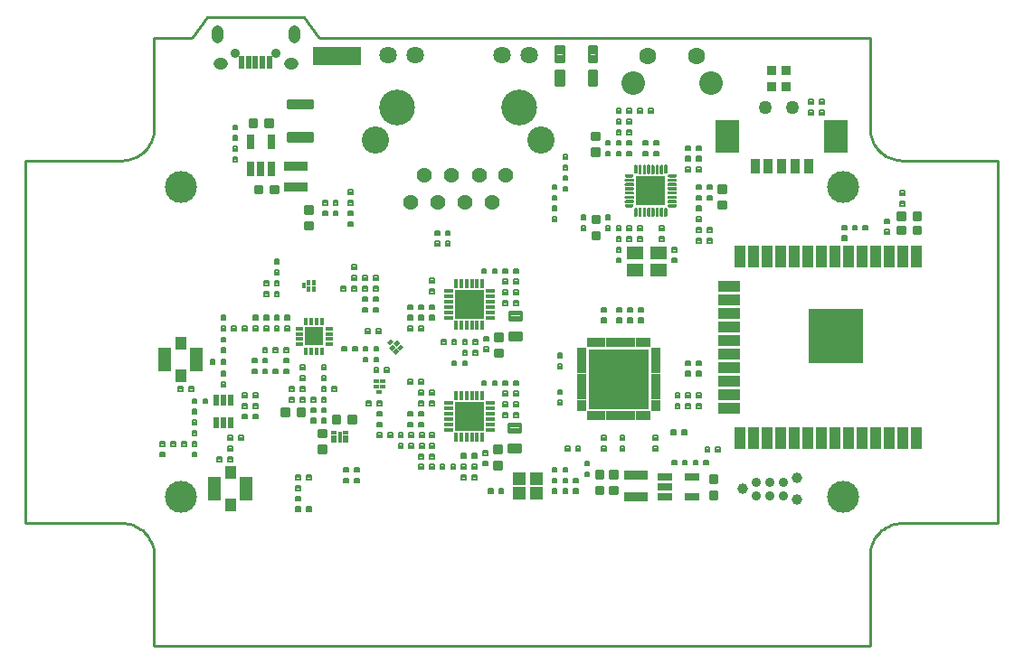
<source format=gts>
G04 EAGLE Gerber RS-274X export*
G75*
%MOMM*%
%FSLAX34Y34*%
%LPD*%
%INSoldermaskTOP*%
%IPPOS*%
%AMOC8*
5,1,8,0,0,1.08239X$1,22.5*%
G01*
%ADD10R,0.365600X0.912300*%
%ADD11R,0.912300X0.365600*%
%ADD12R,2.801600X2.801600*%
%ADD13R,0.700000X0.350000*%
%ADD14R,0.350000X0.700000*%
%ADD15R,1.800000X1.800000*%
%ADD16R,5.661600X5.661600*%
%ADD17R,0.950000X0.330000*%
%ADD18R,0.330000X0.950000*%
%ADD19C,0.204544*%
%ADD20C,0.261462*%
%ADD21C,0.280447*%
%ADD22R,2.301600X0.901600*%
%ADD23R,0.500000X0.340000*%
%ADD24R,0.400000X1.100000*%
%ADD25R,0.475000X0.400000*%
%ADD26R,0.400000X0.475000*%
%ADD27C,1.601600*%
%ADD28C,2.201600*%
%ADD29R,1.001600X2.101600*%
%ADD30R,2.101600X1.001600*%
%ADD31R,5.101600X5.101600*%
%ADD32R,0.501600X1.001600*%
%ADD33R,0.693100X1.374900*%
%ADD34C,3.001600*%
%ADD35C,3.351600*%
%ADD36C,2.546600*%
%ADD37C,1.436600*%
%ADD38C,1.631600*%
%ADD39R,1.101600X1.151600*%
%ADD40R,1.151600X2.301600*%
%ADD41R,0.501600X1.301600*%
%ADD42C,1.101600*%
%ADD43C,0.901600*%
%ADD44R,0.901600X0.901600*%
%ADD45R,2.750000X2.750000*%
%ADD46R,1.501600X1.251600*%
%ADD47R,2.201600X3.101600*%
%ADD48R,0.901600X1.401600*%
%ADD49R,1.374900X0.693100*%
%ADD50C,0.889000*%
%ADD51C,0.990600*%
%ADD52R,1.301600X1.151600*%
%ADD53C,1.270000*%
%ADD54C,0.254000*%

G36*
X313008Y544502D02*
X313008Y544502D01*
X313017Y544501D01*
X313105Y544522D01*
X313195Y544540D01*
X313202Y544545D01*
X313210Y544547D01*
X313283Y544601D01*
X313359Y544653D01*
X313363Y544660D01*
X313370Y544665D01*
X313417Y544743D01*
X313466Y544820D01*
X313467Y544829D01*
X313472Y544836D01*
X313499Y545000D01*
X313499Y561000D01*
X313498Y561008D01*
X313499Y561017D01*
X313478Y561105D01*
X313460Y561195D01*
X313455Y561202D01*
X313453Y561210D01*
X313399Y561283D01*
X313347Y561359D01*
X313340Y561363D01*
X313335Y561370D01*
X313257Y561417D01*
X313180Y561466D01*
X313171Y561467D01*
X313164Y561472D01*
X313000Y561499D01*
X269000Y561499D01*
X268992Y561498D01*
X268983Y561499D01*
X268895Y561478D01*
X268805Y561460D01*
X268798Y561455D01*
X268790Y561453D01*
X268717Y561399D01*
X268641Y561347D01*
X268637Y561340D01*
X268630Y561335D01*
X268583Y561257D01*
X268534Y561180D01*
X268533Y561171D01*
X268528Y561164D01*
X268501Y561000D01*
X268501Y545000D01*
X268502Y544992D01*
X268501Y544983D01*
X268522Y544895D01*
X268540Y544805D01*
X268545Y544798D01*
X268547Y544790D01*
X268601Y544717D01*
X268653Y544641D01*
X268660Y544637D01*
X268665Y544630D01*
X268743Y544583D01*
X268820Y544534D01*
X268829Y544533D01*
X268836Y544528D01*
X269000Y544501D01*
X313000Y544501D01*
X313008Y544502D01*
G37*
G36*
X608033Y431007D02*
X608033Y431007D01*
X608078Y431007D01*
X608387Y431056D01*
X608415Y431066D01*
X608536Y431104D01*
X608814Y431246D01*
X608838Y431265D01*
X608941Y431338D01*
X609162Y431559D01*
X609179Y431584D01*
X609254Y431686D01*
X609396Y431964D01*
X609404Y431994D01*
X609444Y432113D01*
X609493Y432422D01*
X609492Y432452D01*
X609492Y432475D01*
X609499Y432515D01*
X609493Y432540D01*
X609493Y432578D01*
X609444Y432887D01*
X609434Y432915D01*
X609396Y433036D01*
X609254Y433314D01*
X609235Y433338D01*
X609162Y433441D01*
X608941Y433662D01*
X608916Y433679D01*
X608814Y433754D01*
X608536Y433896D01*
X608507Y433904D01*
X608387Y433944D01*
X608078Y433993D01*
X608046Y433992D01*
X608019Y433996D01*
X608018Y433996D01*
X608000Y433999D01*
X602000Y433999D01*
X601985Y433996D01*
X601981Y433996D01*
X601963Y433993D01*
X601922Y433993D01*
X601613Y433944D01*
X601585Y433934D01*
X601464Y433896D01*
X601186Y433754D01*
X601162Y433735D01*
X601059Y433662D01*
X600838Y433441D01*
X600821Y433416D01*
X600746Y433314D01*
X600604Y433036D01*
X600596Y433006D01*
X600556Y432887D01*
X600507Y432578D01*
X600508Y432548D01*
X600508Y432521D01*
X600501Y432482D01*
X600507Y432457D01*
X600507Y432422D01*
X600556Y432113D01*
X600566Y432085D01*
X600604Y431964D01*
X600746Y431686D01*
X600765Y431662D01*
X600838Y431559D01*
X601059Y431338D01*
X601084Y431321D01*
X601186Y431246D01*
X601464Y431104D01*
X601494Y431096D01*
X601613Y431056D01*
X601922Y431007D01*
X601955Y431008D01*
X602000Y431001D01*
X608000Y431001D01*
X608033Y431007D01*
G37*
G36*
X568033Y431007D02*
X568033Y431007D01*
X568078Y431007D01*
X568387Y431056D01*
X568415Y431066D01*
X568536Y431104D01*
X568814Y431246D01*
X568838Y431265D01*
X568941Y431338D01*
X569162Y431559D01*
X569179Y431584D01*
X569254Y431686D01*
X569396Y431964D01*
X569404Y431994D01*
X569444Y432113D01*
X569493Y432422D01*
X569492Y432452D01*
X569492Y432475D01*
X569499Y432515D01*
X569493Y432540D01*
X569493Y432578D01*
X569444Y432887D01*
X569434Y432915D01*
X569396Y433036D01*
X569254Y433314D01*
X569235Y433338D01*
X569162Y433441D01*
X568941Y433662D01*
X568916Y433679D01*
X568814Y433754D01*
X568536Y433896D01*
X568507Y433904D01*
X568387Y433944D01*
X568078Y433993D01*
X568046Y433992D01*
X568019Y433996D01*
X568018Y433996D01*
X568000Y433999D01*
X562000Y433999D01*
X561985Y433996D01*
X561981Y433996D01*
X561963Y433993D01*
X561922Y433993D01*
X561613Y433944D01*
X561585Y433934D01*
X561464Y433896D01*
X561186Y433754D01*
X561162Y433735D01*
X561059Y433662D01*
X560838Y433441D01*
X560821Y433416D01*
X560746Y433314D01*
X560604Y433036D01*
X560596Y433006D01*
X560556Y432887D01*
X560507Y432578D01*
X560508Y432548D01*
X560508Y432521D01*
X560501Y432482D01*
X560507Y432457D01*
X560507Y432422D01*
X560556Y432113D01*
X560566Y432085D01*
X560604Y431964D01*
X560746Y431686D01*
X560765Y431662D01*
X560838Y431559D01*
X561059Y431338D01*
X561084Y431321D01*
X561186Y431246D01*
X561464Y431104D01*
X561494Y431096D01*
X561613Y431056D01*
X561922Y431007D01*
X561955Y431008D01*
X562000Y431001D01*
X568000Y431001D01*
X568033Y431007D01*
G37*
G36*
X568033Y427007D02*
X568033Y427007D01*
X568078Y427007D01*
X568387Y427056D01*
X568415Y427066D01*
X568536Y427104D01*
X568814Y427246D01*
X568838Y427265D01*
X568941Y427338D01*
X569162Y427559D01*
X569179Y427584D01*
X569254Y427686D01*
X569396Y427964D01*
X569404Y427994D01*
X569444Y428113D01*
X569493Y428422D01*
X569492Y428452D01*
X569492Y428475D01*
X569499Y428515D01*
X569493Y428540D01*
X569493Y428578D01*
X569444Y428887D01*
X569434Y428915D01*
X569396Y429036D01*
X569254Y429314D01*
X569235Y429338D01*
X569162Y429441D01*
X568941Y429662D01*
X568916Y429679D01*
X568814Y429754D01*
X568536Y429896D01*
X568507Y429904D01*
X568387Y429944D01*
X568078Y429993D01*
X568046Y429992D01*
X568019Y429996D01*
X568018Y429996D01*
X568000Y429999D01*
X562000Y429999D01*
X561985Y429996D01*
X561981Y429996D01*
X561963Y429993D01*
X561922Y429993D01*
X561613Y429944D01*
X561585Y429934D01*
X561464Y429896D01*
X561186Y429754D01*
X561162Y429735D01*
X561059Y429662D01*
X560838Y429441D01*
X560821Y429416D01*
X560746Y429314D01*
X560604Y429036D01*
X560596Y429006D01*
X560556Y428887D01*
X560507Y428578D01*
X560508Y428548D01*
X560508Y428521D01*
X560501Y428482D01*
X560507Y428457D01*
X560507Y428422D01*
X560556Y428113D01*
X560566Y428085D01*
X560604Y427964D01*
X560746Y427686D01*
X560765Y427662D01*
X560838Y427559D01*
X561059Y427338D01*
X561084Y427321D01*
X561186Y427246D01*
X561464Y427104D01*
X561494Y427096D01*
X561613Y427056D01*
X561922Y427007D01*
X561955Y427008D01*
X562000Y427001D01*
X568000Y427001D01*
X568033Y427007D01*
G37*
G36*
X608033Y427007D02*
X608033Y427007D01*
X608078Y427007D01*
X608387Y427056D01*
X608415Y427066D01*
X608536Y427104D01*
X608814Y427246D01*
X608838Y427265D01*
X608941Y427338D01*
X609162Y427559D01*
X609179Y427584D01*
X609254Y427686D01*
X609396Y427964D01*
X609404Y427994D01*
X609444Y428113D01*
X609493Y428422D01*
X609492Y428452D01*
X609492Y428475D01*
X609499Y428515D01*
X609493Y428540D01*
X609493Y428578D01*
X609444Y428887D01*
X609434Y428915D01*
X609396Y429036D01*
X609254Y429314D01*
X609235Y429338D01*
X609162Y429441D01*
X608941Y429662D01*
X608916Y429679D01*
X608814Y429754D01*
X608536Y429896D01*
X608507Y429904D01*
X608387Y429944D01*
X608078Y429993D01*
X608046Y429992D01*
X608019Y429996D01*
X608018Y429996D01*
X608000Y429999D01*
X602000Y429999D01*
X601985Y429996D01*
X601981Y429996D01*
X601963Y429993D01*
X601922Y429993D01*
X601613Y429944D01*
X601585Y429934D01*
X601464Y429896D01*
X601186Y429754D01*
X601162Y429735D01*
X601059Y429662D01*
X600838Y429441D01*
X600821Y429416D01*
X600746Y429314D01*
X600604Y429036D01*
X600596Y429006D01*
X600556Y428887D01*
X600507Y428578D01*
X600508Y428548D01*
X600508Y428521D01*
X600501Y428482D01*
X600507Y428457D01*
X600507Y428422D01*
X600556Y428113D01*
X600566Y428085D01*
X600604Y427964D01*
X600746Y427686D01*
X600765Y427662D01*
X600838Y427559D01*
X601059Y427338D01*
X601084Y427321D01*
X601186Y427246D01*
X601464Y427104D01*
X601494Y427096D01*
X601613Y427056D01*
X601922Y427007D01*
X601955Y427008D01*
X602000Y427001D01*
X608000Y427001D01*
X608033Y427007D01*
G37*
G36*
X568033Y423007D02*
X568033Y423007D01*
X568078Y423007D01*
X568387Y423056D01*
X568415Y423066D01*
X568536Y423104D01*
X568814Y423246D01*
X568838Y423265D01*
X568941Y423338D01*
X569162Y423559D01*
X569179Y423584D01*
X569254Y423686D01*
X569396Y423964D01*
X569404Y423994D01*
X569444Y424113D01*
X569493Y424422D01*
X569492Y424452D01*
X569492Y424475D01*
X569499Y424515D01*
X569493Y424540D01*
X569493Y424578D01*
X569444Y424887D01*
X569434Y424915D01*
X569396Y425036D01*
X569254Y425314D01*
X569235Y425338D01*
X569162Y425441D01*
X568941Y425662D01*
X568916Y425679D01*
X568814Y425754D01*
X568536Y425896D01*
X568507Y425904D01*
X568387Y425944D01*
X568078Y425993D01*
X568046Y425992D01*
X568019Y425996D01*
X568018Y425996D01*
X568000Y425999D01*
X562000Y425999D01*
X561985Y425996D01*
X561981Y425996D01*
X561963Y425993D01*
X561922Y425993D01*
X561613Y425944D01*
X561585Y425934D01*
X561464Y425896D01*
X561186Y425754D01*
X561162Y425735D01*
X561059Y425662D01*
X560838Y425441D01*
X560821Y425416D01*
X560746Y425314D01*
X560604Y425036D01*
X560596Y425006D01*
X560556Y424887D01*
X560507Y424578D01*
X560508Y424548D01*
X560508Y424521D01*
X560501Y424482D01*
X560507Y424457D01*
X560507Y424422D01*
X560556Y424113D01*
X560566Y424085D01*
X560604Y423964D01*
X560746Y423686D01*
X560765Y423662D01*
X560838Y423559D01*
X561059Y423338D01*
X561084Y423321D01*
X561186Y423246D01*
X561464Y423104D01*
X561494Y423096D01*
X561613Y423056D01*
X561922Y423007D01*
X561955Y423008D01*
X562000Y423001D01*
X568000Y423001D01*
X568033Y423007D01*
G37*
G36*
X608033Y423007D02*
X608033Y423007D01*
X608078Y423007D01*
X608387Y423056D01*
X608415Y423066D01*
X608536Y423104D01*
X608814Y423246D01*
X608838Y423265D01*
X608941Y423338D01*
X609162Y423559D01*
X609179Y423584D01*
X609254Y423686D01*
X609396Y423964D01*
X609404Y423994D01*
X609444Y424113D01*
X609493Y424422D01*
X609492Y424452D01*
X609492Y424475D01*
X609499Y424515D01*
X609493Y424540D01*
X609493Y424578D01*
X609444Y424887D01*
X609434Y424915D01*
X609396Y425036D01*
X609254Y425314D01*
X609235Y425338D01*
X609162Y425441D01*
X608941Y425662D01*
X608916Y425679D01*
X608814Y425754D01*
X608536Y425896D01*
X608507Y425904D01*
X608387Y425944D01*
X608078Y425993D01*
X608046Y425992D01*
X608019Y425996D01*
X608018Y425996D01*
X608000Y425999D01*
X602000Y425999D01*
X601985Y425996D01*
X601981Y425996D01*
X601963Y425993D01*
X601922Y425993D01*
X601613Y425944D01*
X601585Y425934D01*
X601464Y425896D01*
X601186Y425754D01*
X601162Y425735D01*
X601059Y425662D01*
X600838Y425441D01*
X600821Y425416D01*
X600746Y425314D01*
X600604Y425036D01*
X600596Y425006D01*
X600556Y424887D01*
X600507Y424578D01*
X600508Y424548D01*
X600508Y424521D01*
X600501Y424482D01*
X600507Y424457D01*
X600507Y424422D01*
X600556Y424113D01*
X600566Y424085D01*
X600604Y423964D01*
X600746Y423686D01*
X600765Y423662D01*
X600838Y423559D01*
X601059Y423338D01*
X601084Y423321D01*
X601186Y423246D01*
X601464Y423104D01*
X601494Y423096D01*
X601613Y423056D01*
X601922Y423007D01*
X601955Y423008D01*
X602000Y423001D01*
X608000Y423001D01*
X608033Y423007D01*
G37*
G36*
X608033Y419007D02*
X608033Y419007D01*
X608078Y419007D01*
X608387Y419056D01*
X608415Y419066D01*
X608536Y419104D01*
X608814Y419246D01*
X608838Y419265D01*
X608941Y419338D01*
X609162Y419559D01*
X609179Y419584D01*
X609254Y419686D01*
X609396Y419964D01*
X609404Y419994D01*
X609444Y420113D01*
X609493Y420422D01*
X609492Y420452D01*
X609492Y420475D01*
X609499Y420515D01*
X609493Y420540D01*
X609493Y420578D01*
X609444Y420887D01*
X609434Y420915D01*
X609396Y421036D01*
X609254Y421314D01*
X609235Y421338D01*
X609162Y421441D01*
X608941Y421662D01*
X608916Y421679D01*
X608814Y421754D01*
X608536Y421896D01*
X608507Y421904D01*
X608387Y421944D01*
X608078Y421993D01*
X608046Y421992D01*
X608019Y421996D01*
X608018Y421996D01*
X608000Y421999D01*
X602000Y421999D01*
X601985Y421996D01*
X601981Y421996D01*
X601963Y421993D01*
X601922Y421993D01*
X601613Y421944D01*
X601585Y421934D01*
X601464Y421896D01*
X601186Y421754D01*
X601162Y421735D01*
X601059Y421662D01*
X600838Y421441D01*
X600821Y421416D01*
X600746Y421314D01*
X600604Y421036D01*
X600596Y421006D01*
X600556Y420887D01*
X600507Y420578D01*
X600508Y420548D01*
X600508Y420521D01*
X600501Y420482D01*
X600507Y420457D01*
X600507Y420422D01*
X600556Y420113D01*
X600566Y420085D01*
X600604Y419964D01*
X600746Y419686D01*
X600765Y419662D01*
X600838Y419559D01*
X601059Y419338D01*
X601084Y419321D01*
X601186Y419246D01*
X601464Y419104D01*
X601494Y419096D01*
X601613Y419056D01*
X601922Y419007D01*
X601955Y419008D01*
X602000Y419001D01*
X608000Y419001D01*
X608033Y419007D01*
G37*
G36*
X568033Y419007D02*
X568033Y419007D01*
X568078Y419007D01*
X568387Y419056D01*
X568415Y419066D01*
X568536Y419104D01*
X568814Y419246D01*
X568838Y419265D01*
X568941Y419338D01*
X569162Y419559D01*
X569179Y419584D01*
X569254Y419686D01*
X569396Y419964D01*
X569404Y419994D01*
X569444Y420113D01*
X569493Y420422D01*
X569492Y420452D01*
X569492Y420475D01*
X569499Y420515D01*
X569493Y420540D01*
X569493Y420578D01*
X569444Y420887D01*
X569434Y420915D01*
X569396Y421036D01*
X569254Y421314D01*
X569235Y421338D01*
X569162Y421441D01*
X568941Y421662D01*
X568916Y421679D01*
X568814Y421754D01*
X568536Y421896D01*
X568507Y421904D01*
X568387Y421944D01*
X568078Y421993D01*
X568046Y421992D01*
X568019Y421996D01*
X568018Y421996D01*
X568000Y421999D01*
X562000Y421999D01*
X561985Y421996D01*
X561981Y421996D01*
X561963Y421993D01*
X561922Y421993D01*
X561613Y421944D01*
X561585Y421934D01*
X561464Y421896D01*
X561186Y421754D01*
X561162Y421735D01*
X561059Y421662D01*
X560838Y421441D01*
X560821Y421416D01*
X560746Y421314D01*
X560604Y421036D01*
X560596Y421006D01*
X560556Y420887D01*
X560507Y420578D01*
X560508Y420548D01*
X560508Y420521D01*
X560501Y420482D01*
X560507Y420457D01*
X560507Y420422D01*
X560556Y420113D01*
X560566Y420085D01*
X560604Y419964D01*
X560746Y419686D01*
X560765Y419662D01*
X560838Y419559D01*
X561059Y419338D01*
X561084Y419321D01*
X561186Y419246D01*
X561464Y419104D01*
X561494Y419096D01*
X561613Y419056D01*
X561922Y419007D01*
X561955Y419008D01*
X562000Y419001D01*
X568000Y419001D01*
X568033Y419007D01*
G37*
G36*
X608033Y415007D02*
X608033Y415007D01*
X608078Y415007D01*
X608387Y415056D01*
X608415Y415066D01*
X608536Y415104D01*
X608814Y415246D01*
X608838Y415265D01*
X608941Y415338D01*
X609162Y415559D01*
X609179Y415584D01*
X609254Y415686D01*
X609396Y415964D01*
X609404Y415994D01*
X609444Y416113D01*
X609493Y416422D01*
X609492Y416452D01*
X609492Y416475D01*
X609499Y416515D01*
X609493Y416540D01*
X609493Y416578D01*
X609444Y416887D01*
X609434Y416915D01*
X609396Y417036D01*
X609254Y417314D01*
X609235Y417338D01*
X609162Y417441D01*
X608941Y417662D01*
X608916Y417679D01*
X608814Y417754D01*
X608536Y417896D01*
X608507Y417904D01*
X608387Y417944D01*
X608078Y417993D01*
X608046Y417992D01*
X608019Y417996D01*
X608018Y417996D01*
X608000Y417999D01*
X602000Y417999D01*
X601985Y417996D01*
X601981Y417996D01*
X601963Y417993D01*
X601922Y417993D01*
X601613Y417944D01*
X601585Y417934D01*
X601464Y417896D01*
X601186Y417754D01*
X601162Y417735D01*
X601059Y417662D01*
X600838Y417441D01*
X600821Y417416D01*
X600746Y417314D01*
X600604Y417036D01*
X600596Y417006D01*
X600556Y416887D01*
X600507Y416578D01*
X600508Y416548D01*
X600508Y416521D01*
X600501Y416482D01*
X600507Y416457D01*
X600507Y416422D01*
X600556Y416113D01*
X600566Y416085D01*
X600604Y415964D01*
X600746Y415686D01*
X600765Y415662D01*
X600838Y415559D01*
X601059Y415338D01*
X601084Y415321D01*
X601186Y415246D01*
X601464Y415104D01*
X601494Y415096D01*
X601613Y415056D01*
X601922Y415007D01*
X601955Y415008D01*
X602000Y415001D01*
X608000Y415001D01*
X608033Y415007D01*
G37*
G36*
X568033Y415007D02*
X568033Y415007D01*
X568078Y415007D01*
X568387Y415056D01*
X568415Y415066D01*
X568536Y415104D01*
X568814Y415246D01*
X568838Y415265D01*
X568941Y415338D01*
X569162Y415559D01*
X569179Y415584D01*
X569254Y415686D01*
X569396Y415964D01*
X569404Y415994D01*
X569444Y416113D01*
X569493Y416422D01*
X569492Y416452D01*
X569492Y416475D01*
X569499Y416515D01*
X569493Y416540D01*
X569493Y416578D01*
X569444Y416887D01*
X569434Y416915D01*
X569396Y417036D01*
X569254Y417314D01*
X569235Y417338D01*
X569162Y417441D01*
X568941Y417662D01*
X568916Y417679D01*
X568814Y417754D01*
X568536Y417896D01*
X568507Y417904D01*
X568387Y417944D01*
X568078Y417993D01*
X568046Y417992D01*
X568019Y417996D01*
X568018Y417996D01*
X568000Y417999D01*
X562000Y417999D01*
X561985Y417996D01*
X561981Y417996D01*
X561963Y417993D01*
X561922Y417993D01*
X561613Y417944D01*
X561585Y417934D01*
X561464Y417896D01*
X561186Y417754D01*
X561162Y417735D01*
X561059Y417662D01*
X560838Y417441D01*
X560821Y417416D01*
X560746Y417314D01*
X560604Y417036D01*
X560596Y417006D01*
X560556Y416887D01*
X560507Y416578D01*
X560508Y416548D01*
X560508Y416521D01*
X560501Y416482D01*
X560507Y416457D01*
X560507Y416422D01*
X560556Y416113D01*
X560566Y416085D01*
X560604Y415964D01*
X560746Y415686D01*
X560765Y415662D01*
X560838Y415559D01*
X561059Y415338D01*
X561084Y415321D01*
X561186Y415246D01*
X561464Y415104D01*
X561494Y415096D01*
X561613Y415056D01*
X561922Y415007D01*
X561955Y415008D01*
X562000Y415001D01*
X568000Y415001D01*
X568033Y415007D01*
G37*
G36*
X568033Y435007D02*
X568033Y435007D01*
X568078Y435007D01*
X568387Y435056D01*
X568415Y435066D01*
X568536Y435104D01*
X568814Y435246D01*
X568838Y435265D01*
X568941Y435338D01*
X569162Y435559D01*
X569179Y435584D01*
X569254Y435686D01*
X569396Y435964D01*
X569404Y435994D01*
X569444Y436113D01*
X569493Y436422D01*
X569492Y436452D01*
X569492Y436475D01*
X569499Y436515D01*
X569493Y436540D01*
X569493Y436578D01*
X569444Y436887D01*
X569434Y436915D01*
X569396Y437036D01*
X569254Y437314D01*
X569235Y437338D01*
X569162Y437441D01*
X568941Y437662D01*
X568916Y437679D01*
X568814Y437754D01*
X568536Y437896D01*
X568507Y437904D01*
X568387Y437944D01*
X568078Y437993D01*
X568046Y437992D01*
X568019Y437996D01*
X568018Y437996D01*
X568000Y437999D01*
X562000Y437999D01*
X561985Y437996D01*
X561981Y437996D01*
X561963Y437993D01*
X561922Y437993D01*
X561613Y437944D01*
X561585Y437934D01*
X561464Y437896D01*
X561186Y437754D01*
X561162Y437735D01*
X561059Y437662D01*
X560838Y437441D01*
X560821Y437416D01*
X560746Y437314D01*
X560604Y437036D01*
X560596Y437006D01*
X560556Y436887D01*
X560507Y436578D01*
X560508Y436548D01*
X560508Y436521D01*
X560501Y436482D01*
X560507Y436457D01*
X560507Y436422D01*
X560556Y436113D01*
X560566Y436085D01*
X560604Y435964D01*
X560746Y435686D01*
X560765Y435662D01*
X560838Y435559D01*
X561059Y435338D01*
X561084Y435321D01*
X561186Y435246D01*
X561464Y435104D01*
X561494Y435096D01*
X561613Y435056D01*
X561922Y435007D01*
X561955Y435008D01*
X562000Y435001D01*
X568000Y435001D01*
X568033Y435007D01*
G37*
G36*
X608033Y435007D02*
X608033Y435007D01*
X608078Y435007D01*
X608387Y435056D01*
X608415Y435066D01*
X608536Y435104D01*
X608814Y435246D01*
X608838Y435265D01*
X608941Y435338D01*
X609162Y435559D01*
X609179Y435584D01*
X609254Y435686D01*
X609396Y435964D01*
X609404Y435994D01*
X609444Y436113D01*
X609493Y436422D01*
X609492Y436452D01*
X609492Y436475D01*
X609499Y436515D01*
X609493Y436540D01*
X609493Y436578D01*
X609444Y436887D01*
X609434Y436915D01*
X609396Y437036D01*
X609254Y437314D01*
X609235Y437338D01*
X609162Y437441D01*
X608941Y437662D01*
X608916Y437679D01*
X608814Y437754D01*
X608536Y437896D01*
X608507Y437904D01*
X608387Y437944D01*
X608078Y437993D01*
X608046Y437992D01*
X608019Y437996D01*
X608018Y437996D01*
X608000Y437999D01*
X602000Y437999D01*
X601985Y437996D01*
X601981Y437996D01*
X601963Y437993D01*
X601922Y437993D01*
X601613Y437944D01*
X601585Y437934D01*
X601464Y437896D01*
X601186Y437754D01*
X601162Y437735D01*
X601059Y437662D01*
X600838Y437441D01*
X600821Y437416D01*
X600746Y437314D01*
X600604Y437036D01*
X600596Y437006D01*
X600556Y436887D01*
X600507Y436578D01*
X600508Y436548D01*
X600508Y436521D01*
X600501Y436482D01*
X600507Y436457D01*
X600507Y436422D01*
X600556Y436113D01*
X600566Y436085D01*
X600604Y435964D01*
X600746Y435686D01*
X600765Y435662D01*
X600838Y435559D01*
X601059Y435338D01*
X601084Y435321D01*
X601186Y435246D01*
X601464Y435104D01*
X601494Y435096D01*
X601613Y435056D01*
X601922Y435007D01*
X601955Y435008D01*
X602000Y435001D01*
X608000Y435001D01*
X608033Y435007D01*
G37*
G36*
X575387Y442056D02*
X575387Y442056D01*
X575415Y442066D01*
X575536Y442104D01*
X575814Y442246D01*
X575838Y442265D01*
X575941Y442338D01*
X576162Y442559D01*
X576179Y442584D01*
X576254Y442686D01*
X576396Y442964D01*
X576404Y442994D01*
X576444Y443113D01*
X576493Y443422D01*
X576492Y443455D01*
X576499Y443500D01*
X576499Y449500D01*
X576499Y449504D01*
X576499Y449506D01*
X576493Y449533D01*
X576493Y449578D01*
X576444Y449887D01*
X576434Y449915D01*
X576396Y450036D01*
X576254Y450314D01*
X576235Y450338D01*
X576162Y450441D01*
X575941Y450662D01*
X575916Y450679D01*
X575814Y450754D01*
X575536Y450896D01*
X575507Y450904D01*
X575387Y450944D01*
X575078Y450993D01*
X575048Y450992D01*
X574922Y450993D01*
X574613Y450944D01*
X574585Y450934D01*
X574464Y450896D01*
X574186Y450754D01*
X574162Y450735D01*
X574059Y450662D01*
X573838Y450441D01*
X573821Y450416D01*
X573746Y450314D01*
X573604Y450036D01*
X573596Y450006D01*
X573556Y449887D01*
X573507Y449578D01*
X573508Y449545D01*
X573501Y449500D01*
X573501Y443500D01*
X573503Y443490D01*
X573501Y443482D01*
X573507Y443457D01*
X573507Y443422D01*
X573556Y443113D01*
X573566Y443085D01*
X573604Y442964D01*
X573746Y442686D01*
X573765Y442662D01*
X573838Y442559D01*
X574059Y442338D01*
X574084Y442321D01*
X574186Y442246D01*
X574464Y442104D01*
X574494Y442096D01*
X574613Y442056D01*
X574922Y442007D01*
X574952Y442008D01*
X575078Y442007D01*
X575387Y442056D01*
G37*
G36*
X587387Y442056D02*
X587387Y442056D01*
X587415Y442066D01*
X587536Y442104D01*
X587814Y442246D01*
X587838Y442265D01*
X587941Y442338D01*
X588162Y442559D01*
X588179Y442584D01*
X588254Y442686D01*
X588396Y442964D01*
X588404Y442994D01*
X588444Y443113D01*
X588493Y443422D01*
X588492Y443455D01*
X588499Y443500D01*
X588499Y449500D01*
X588499Y449504D01*
X588499Y449506D01*
X588493Y449533D01*
X588493Y449578D01*
X588444Y449887D01*
X588434Y449915D01*
X588396Y450036D01*
X588254Y450314D01*
X588235Y450338D01*
X588162Y450441D01*
X587941Y450662D01*
X587916Y450679D01*
X587814Y450754D01*
X587536Y450896D01*
X587507Y450904D01*
X587387Y450944D01*
X587078Y450993D01*
X587048Y450992D01*
X586922Y450993D01*
X586613Y450944D01*
X586585Y450934D01*
X586464Y450896D01*
X586186Y450754D01*
X586162Y450735D01*
X586059Y450662D01*
X585838Y450441D01*
X585821Y450416D01*
X585746Y450314D01*
X585604Y450036D01*
X585596Y450006D01*
X585556Y449887D01*
X585507Y449578D01*
X585508Y449545D01*
X585501Y449500D01*
X585501Y443500D01*
X585503Y443490D01*
X585501Y443482D01*
X585507Y443457D01*
X585507Y443422D01*
X585556Y443113D01*
X585566Y443085D01*
X585604Y442964D01*
X585746Y442686D01*
X585765Y442662D01*
X585838Y442559D01*
X586059Y442338D01*
X586084Y442321D01*
X586186Y442246D01*
X586464Y442104D01*
X586494Y442096D01*
X586613Y442056D01*
X586922Y442007D01*
X586952Y442008D01*
X587078Y442007D01*
X587387Y442056D01*
G37*
G36*
X595387Y442056D02*
X595387Y442056D01*
X595415Y442066D01*
X595536Y442104D01*
X595814Y442246D01*
X595838Y442265D01*
X595941Y442338D01*
X596162Y442559D01*
X596179Y442584D01*
X596254Y442686D01*
X596396Y442964D01*
X596404Y442994D01*
X596444Y443113D01*
X596493Y443422D01*
X596492Y443455D01*
X596499Y443500D01*
X596499Y449500D01*
X596499Y449504D01*
X596499Y449506D01*
X596493Y449533D01*
X596493Y449578D01*
X596444Y449887D01*
X596434Y449915D01*
X596396Y450036D01*
X596254Y450314D01*
X596235Y450338D01*
X596162Y450441D01*
X595941Y450662D01*
X595916Y450679D01*
X595814Y450754D01*
X595536Y450896D01*
X595507Y450904D01*
X595387Y450944D01*
X595078Y450993D01*
X595048Y450992D01*
X594922Y450993D01*
X594613Y450944D01*
X594585Y450934D01*
X594464Y450896D01*
X594186Y450754D01*
X594162Y450735D01*
X594059Y450662D01*
X593838Y450441D01*
X593821Y450416D01*
X593746Y450314D01*
X593604Y450036D01*
X593596Y450006D01*
X593556Y449887D01*
X593507Y449578D01*
X593508Y449545D01*
X593501Y449500D01*
X593501Y443500D01*
X593503Y443490D01*
X593501Y443482D01*
X593507Y443457D01*
X593507Y443422D01*
X593556Y443113D01*
X593566Y443085D01*
X593604Y442964D01*
X593746Y442686D01*
X593765Y442662D01*
X593838Y442559D01*
X594059Y442338D01*
X594084Y442321D01*
X594186Y442246D01*
X594464Y442104D01*
X594494Y442096D01*
X594613Y442056D01*
X594922Y442007D01*
X594952Y442008D01*
X595078Y442007D01*
X595387Y442056D01*
G37*
G36*
X591387Y442056D02*
X591387Y442056D01*
X591415Y442066D01*
X591536Y442104D01*
X591814Y442246D01*
X591838Y442265D01*
X591941Y442338D01*
X592162Y442559D01*
X592179Y442584D01*
X592254Y442686D01*
X592396Y442964D01*
X592404Y442994D01*
X592444Y443113D01*
X592493Y443422D01*
X592492Y443455D01*
X592499Y443500D01*
X592499Y449500D01*
X592499Y449504D01*
X592499Y449506D01*
X592493Y449533D01*
X592493Y449578D01*
X592444Y449887D01*
X592434Y449915D01*
X592396Y450036D01*
X592254Y450314D01*
X592235Y450338D01*
X592162Y450441D01*
X591941Y450662D01*
X591916Y450679D01*
X591814Y450754D01*
X591536Y450896D01*
X591507Y450904D01*
X591387Y450944D01*
X591078Y450993D01*
X591048Y450992D01*
X590922Y450993D01*
X590613Y450944D01*
X590585Y450934D01*
X590464Y450896D01*
X590186Y450754D01*
X590162Y450735D01*
X590059Y450662D01*
X589838Y450441D01*
X589821Y450416D01*
X589746Y450314D01*
X589604Y450036D01*
X589596Y450006D01*
X589556Y449887D01*
X589507Y449578D01*
X589508Y449545D01*
X589501Y449500D01*
X589501Y443500D01*
X589503Y443490D01*
X589501Y443482D01*
X589507Y443457D01*
X589507Y443422D01*
X589556Y443113D01*
X589566Y443085D01*
X589604Y442964D01*
X589746Y442686D01*
X589765Y442662D01*
X589838Y442559D01*
X590059Y442338D01*
X590084Y442321D01*
X590186Y442246D01*
X590464Y442104D01*
X590494Y442096D01*
X590613Y442056D01*
X590922Y442007D01*
X590952Y442008D01*
X591078Y442007D01*
X591387Y442056D01*
G37*
G36*
X579387Y442056D02*
X579387Y442056D01*
X579415Y442066D01*
X579536Y442104D01*
X579814Y442246D01*
X579838Y442265D01*
X579941Y442338D01*
X580162Y442559D01*
X580179Y442584D01*
X580254Y442686D01*
X580396Y442964D01*
X580404Y442994D01*
X580444Y443113D01*
X580493Y443422D01*
X580492Y443455D01*
X580499Y443500D01*
X580499Y449500D01*
X580499Y449504D01*
X580499Y449506D01*
X580493Y449533D01*
X580493Y449578D01*
X580444Y449887D01*
X580434Y449915D01*
X580396Y450036D01*
X580254Y450314D01*
X580235Y450338D01*
X580162Y450441D01*
X579941Y450662D01*
X579916Y450679D01*
X579814Y450754D01*
X579536Y450896D01*
X579507Y450904D01*
X579387Y450944D01*
X579078Y450993D01*
X579048Y450992D01*
X578922Y450993D01*
X578613Y450944D01*
X578585Y450934D01*
X578464Y450896D01*
X578186Y450754D01*
X578162Y450735D01*
X578059Y450662D01*
X577838Y450441D01*
X577821Y450416D01*
X577746Y450314D01*
X577604Y450036D01*
X577596Y450006D01*
X577556Y449887D01*
X577507Y449578D01*
X577508Y449545D01*
X577501Y449500D01*
X577501Y443500D01*
X577503Y443490D01*
X577501Y443482D01*
X577507Y443457D01*
X577507Y443422D01*
X577556Y443113D01*
X577566Y443085D01*
X577604Y442964D01*
X577746Y442686D01*
X577765Y442662D01*
X577838Y442559D01*
X578059Y442338D01*
X578084Y442321D01*
X578186Y442246D01*
X578464Y442104D01*
X578494Y442096D01*
X578613Y442056D01*
X578922Y442007D01*
X578952Y442008D01*
X579078Y442007D01*
X579387Y442056D01*
G37*
G36*
X583387Y442056D02*
X583387Y442056D01*
X583415Y442066D01*
X583536Y442104D01*
X583814Y442246D01*
X583838Y442265D01*
X583941Y442338D01*
X584162Y442559D01*
X584179Y442584D01*
X584254Y442686D01*
X584396Y442964D01*
X584404Y442994D01*
X584444Y443113D01*
X584493Y443422D01*
X584492Y443455D01*
X584499Y443500D01*
X584499Y449500D01*
X584499Y449504D01*
X584499Y449506D01*
X584493Y449533D01*
X584493Y449578D01*
X584444Y449887D01*
X584434Y449915D01*
X584396Y450036D01*
X584254Y450314D01*
X584235Y450338D01*
X584162Y450441D01*
X583941Y450662D01*
X583916Y450679D01*
X583814Y450754D01*
X583536Y450896D01*
X583507Y450904D01*
X583387Y450944D01*
X583078Y450993D01*
X583048Y450992D01*
X582922Y450993D01*
X582613Y450944D01*
X582585Y450934D01*
X582464Y450896D01*
X582186Y450754D01*
X582162Y450735D01*
X582059Y450662D01*
X581838Y450441D01*
X581821Y450416D01*
X581746Y450314D01*
X581604Y450036D01*
X581596Y450006D01*
X581556Y449887D01*
X581507Y449578D01*
X581508Y449545D01*
X581501Y449500D01*
X581501Y443500D01*
X581503Y443490D01*
X581501Y443482D01*
X581507Y443457D01*
X581507Y443422D01*
X581556Y443113D01*
X581566Y443085D01*
X581604Y442964D01*
X581746Y442686D01*
X581765Y442662D01*
X581838Y442559D01*
X582059Y442338D01*
X582084Y442321D01*
X582186Y442246D01*
X582464Y442104D01*
X582494Y442096D01*
X582613Y442056D01*
X582922Y442007D01*
X582952Y442008D01*
X583078Y442007D01*
X583387Y442056D01*
G37*
G36*
X595387Y402056D02*
X595387Y402056D01*
X595415Y402066D01*
X595536Y402104D01*
X595814Y402246D01*
X595838Y402265D01*
X595941Y402338D01*
X596162Y402559D01*
X596179Y402584D01*
X596254Y402686D01*
X596396Y402964D01*
X596404Y402994D01*
X596444Y403113D01*
X596493Y403422D01*
X596492Y403455D01*
X596499Y403500D01*
X596499Y409500D01*
X596499Y409504D01*
X596499Y409506D01*
X596493Y409533D01*
X596493Y409578D01*
X596444Y409887D01*
X596434Y409915D01*
X596396Y410036D01*
X596254Y410314D01*
X596235Y410338D01*
X596162Y410441D01*
X595941Y410662D01*
X595916Y410679D01*
X595814Y410754D01*
X595536Y410896D01*
X595507Y410904D01*
X595387Y410944D01*
X595078Y410993D01*
X595048Y410992D01*
X594922Y410993D01*
X594613Y410944D01*
X594585Y410934D01*
X594464Y410896D01*
X594186Y410754D01*
X594162Y410735D01*
X594059Y410662D01*
X593838Y410441D01*
X593821Y410416D01*
X593746Y410314D01*
X593604Y410036D01*
X593596Y410006D01*
X593556Y409887D01*
X593507Y409578D01*
X593508Y409545D01*
X593501Y409500D01*
X593501Y403500D01*
X593503Y403490D01*
X593501Y403482D01*
X593507Y403457D01*
X593507Y403422D01*
X593556Y403113D01*
X593566Y403085D01*
X593604Y402964D01*
X593746Y402686D01*
X593765Y402662D01*
X593838Y402559D01*
X594059Y402338D01*
X594084Y402321D01*
X594186Y402246D01*
X594464Y402104D01*
X594494Y402096D01*
X594613Y402056D01*
X594922Y402007D01*
X594952Y402008D01*
X595078Y402007D01*
X595387Y402056D01*
G37*
G36*
X591387Y402056D02*
X591387Y402056D01*
X591415Y402066D01*
X591536Y402104D01*
X591814Y402246D01*
X591838Y402265D01*
X591941Y402338D01*
X592162Y402559D01*
X592179Y402584D01*
X592254Y402686D01*
X592396Y402964D01*
X592404Y402994D01*
X592444Y403113D01*
X592493Y403422D01*
X592492Y403455D01*
X592499Y403500D01*
X592499Y409500D01*
X592499Y409504D01*
X592499Y409506D01*
X592493Y409533D01*
X592493Y409578D01*
X592444Y409887D01*
X592434Y409915D01*
X592396Y410036D01*
X592254Y410314D01*
X592235Y410338D01*
X592162Y410441D01*
X591941Y410662D01*
X591916Y410679D01*
X591814Y410754D01*
X591536Y410896D01*
X591507Y410904D01*
X591387Y410944D01*
X591078Y410993D01*
X591048Y410992D01*
X590922Y410993D01*
X590613Y410944D01*
X590585Y410934D01*
X590464Y410896D01*
X590186Y410754D01*
X590162Y410735D01*
X590059Y410662D01*
X589838Y410441D01*
X589821Y410416D01*
X589746Y410314D01*
X589604Y410036D01*
X589596Y410006D01*
X589556Y409887D01*
X589507Y409578D01*
X589508Y409545D01*
X589501Y409500D01*
X589501Y403500D01*
X589503Y403490D01*
X589501Y403482D01*
X589507Y403457D01*
X589507Y403422D01*
X589556Y403113D01*
X589566Y403085D01*
X589604Y402964D01*
X589746Y402686D01*
X589765Y402662D01*
X589838Y402559D01*
X590059Y402338D01*
X590084Y402321D01*
X590186Y402246D01*
X590464Y402104D01*
X590494Y402096D01*
X590613Y402056D01*
X590922Y402007D01*
X590952Y402008D01*
X591078Y402007D01*
X591387Y402056D01*
G37*
G36*
X587387Y402056D02*
X587387Y402056D01*
X587415Y402066D01*
X587536Y402104D01*
X587814Y402246D01*
X587838Y402265D01*
X587941Y402338D01*
X588162Y402559D01*
X588179Y402584D01*
X588254Y402686D01*
X588396Y402964D01*
X588404Y402994D01*
X588444Y403113D01*
X588493Y403422D01*
X588492Y403455D01*
X588499Y403500D01*
X588499Y409500D01*
X588499Y409504D01*
X588499Y409506D01*
X588493Y409533D01*
X588493Y409578D01*
X588444Y409887D01*
X588434Y409915D01*
X588396Y410036D01*
X588254Y410314D01*
X588235Y410338D01*
X588162Y410441D01*
X587941Y410662D01*
X587916Y410679D01*
X587814Y410754D01*
X587536Y410896D01*
X587507Y410904D01*
X587387Y410944D01*
X587078Y410993D01*
X587048Y410992D01*
X586922Y410993D01*
X586613Y410944D01*
X586585Y410934D01*
X586464Y410896D01*
X586186Y410754D01*
X586162Y410735D01*
X586059Y410662D01*
X585838Y410441D01*
X585821Y410416D01*
X585746Y410314D01*
X585604Y410036D01*
X585596Y410006D01*
X585556Y409887D01*
X585507Y409578D01*
X585508Y409545D01*
X585501Y409500D01*
X585501Y403500D01*
X585503Y403490D01*
X585501Y403482D01*
X585507Y403457D01*
X585507Y403422D01*
X585556Y403113D01*
X585566Y403085D01*
X585604Y402964D01*
X585746Y402686D01*
X585765Y402662D01*
X585838Y402559D01*
X586059Y402338D01*
X586084Y402321D01*
X586186Y402246D01*
X586464Y402104D01*
X586494Y402096D01*
X586613Y402056D01*
X586922Y402007D01*
X586952Y402008D01*
X587078Y402007D01*
X587387Y402056D01*
G37*
G36*
X583387Y402056D02*
X583387Y402056D01*
X583415Y402066D01*
X583536Y402104D01*
X583814Y402246D01*
X583838Y402265D01*
X583941Y402338D01*
X584162Y402559D01*
X584179Y402584D01*
X584254Y402686D01*
X584396Y402964D01*
X584404Y402994D01*
X584444Y403113D01*
X584493Y403422D01*
X584492Y403455D01*
X584499Y403500D01*
X584499Y409500D01*
X584499Y409504D01*
X584499Y409506D01*
X584493Y409533D01*
X584493Y409578D01*
X584444Y409887D01*
X584434Y409915D01*
X584396Y410036D01*
X584254Y410314D01*
X584235Y410338D01*
X584162Y410441D01*
X583941Y410662D01*
X583916Y410679D01*
X583814Y410754D01*
X583536Y410896D01*
X583507Y410904D01*
X583387Y410944D01*
X583078Y410993D01*
X583048Y410992D01*
X582922Y410993D01*
X582613Y410944D01*
X582585Y410934D01*
X582464Y410896D01*
X582186Y410754D01*
X582162Y410735D01*
X582059Y410662D01*
X581838Y410441D01*
X581821Y410416D01*
X581746Y410314D01*
X581604Y410036D01*
X581596Y410006D01*
X581556Y409887D01*
X581507Y409578D01*
X581508Y409545D01*
X581501Y409500D01*
X581501Y403500D01*
X581503Y403490D01*
X581501Y403482D01*
X581507Y403457D01*
X581507Y403422D01*
X581556Y403113D01*
X581566Y403085D01*
X581604Y402964D01*
X581746Y402686D01*
X581765Y402662D01*
X581838Y402559D01*
X582059Y402338D01*
X582084Y402321D01*
X582186Y402246D01*
X582464Y402104D01*
X582494Y402096D01*
X582613Y402056D01*
X582922Y402007D01*
X582952Y402008D01*
X583078Y402007D01*
X583387Y402056D01*
G37*
G36*
X579387Y402056D02*
X579387Y402056D01*
X579415Y402066D01*
X579536Y402104D01*
X579814Y402246D01*
X579838Y402265D01*
X579941Y402338D01*
X580162Y402559D01*
X580179Y402584D01*
X580254Y402686D01*
X580396Y402964D01*
X580404Y402994D01*
X580444Y403113D01*
X580493Y403422D01*
X580492Y403455D01*
X580499Y403500D01*
X580499Y409500D01*
X580499Y409504D01*
X580499Y409506D01*
X580493Y409533D01*
X580493Y409578D01*
X580444Y409887D01*
X580434Y409915D01*
X580396Y410036D01*
X580254Y410314D01*
X580235Y410338D01*
X580162Y410441D01*
X579941Y410662D01*
X579916Y410679D01*
X579814Y410754D01*
X579536Y410896D01*
X579507Y410904D01*
X579387Y410944D01*
X579078Y410993D01*
X579048Y410992D01*
X578922Y410993D01*
X578613Y410944D01*
X578585Y410934D01*
X578464Y410896D01*
X578186Y410754D01*
X578162Y410735D01*
X578059Y410662D01*
X577838Y410441D01*
X577821Y410416D01*
X577746Y410314D01*
X577604Y410036D01*
X577596Y410006D01*
X577556Y409887D01*
X577507Y409578D01*
X577508Y409545D01*
X577501Y409500D01*
X577501Y403500D01*
X577503Y403490D01*
X577501Y403482D01*
X577507Y403457D01*
X577507Y403422D01*
X577556Y403113D01*
X577566Y403085D01*
X577604Y402964D01*
X577746Y402686D01*
X577765Y402662D01*
X577838Y402559D01*
X578059Y402338D01*
X578084Y402321D01*
X578186Y402246D01*
X578464Y402104D01*
X578494Y402096D01*
X578613Y402056D01*
X578922Y402007D01*
X578952Y402008D01*
X579078Y402007D01*
X579387Y402056D01*
G37*
G36*
X575387Y402056D02*
X575387Y402056D01*
X575415Y402066D01*
X575536Y402104D01*
X575814Y402246D01*
X575838Y402265D01*
X575941Y402338D01*
X576162Y402559D01*
X576179Y402584D01*
X576254Y402686D01*
X576396Y402964D01*
X576404Y402994D01*
X576444Y403113D01*
X576493Y403422D01*
X576492Y403455D01*
X576499Y403500D01*
X576499Y409500D01*
X576499Y409504D01*
X576499Y409506D01*
X576493Y409533D01*
X576493Y409578D01*
X576444Y409887D01*
X576434Y409915D01*
X576396Y410036D01*
X576254Y410314D01*
X576235Y410338D01*
X576162Y410441D01*
X575941Y410662D01*
X575916Y410679D01*
X575814Y410754D01*
X575536Y410896D01*
X575507Y410904D01*
X575387Y410944D01*
X575078Y410993D01*
X575048Y410992D01*
X574922Y410993D01*
X574613Y410944D01*
X574585Y410934D01*
X574464Y410896D01*
X574186Y410754D01*
X574162Y410735D01*
X574059Y410662D01*
X573838Y410441D01*
X573821Y410416D01*
X573746Y410314D01*
X573604Y410036D01*
X573596Y410006D01*
X573556Y409887D01*
X573507Y409578D01*
X573508Y409545D01*
X573501Y409500D01*
X573501Y403500D01*
X573503Y403490D01*
X573501Y403482D01*
X573507Y403457D01*
X573507Y403422D01*
X573556Y403113D01*
X573566Y403085D01*
X573604Y402964D01*
X573746Y402686D01*
X573765Y402662D01*
X573838Y402559D01*
X574059Y402338D01*
X574084Y402321D01*
X574186Y402246D01*
X574464Y402104D01*
X574494Y402096D01*
X574613Y402056D01*
X574922Y402007D01*
X574952Y402008D01*
X575078Y402007D01*
X575387Y402056D01*
G37*
G36*
X567533Y439007D02*
X567533Y439007D01*
X567578Y439007D01*
X567887Y439056D01*
X567915Y439066D01*
X568036Y439104D01*
X568314Y439246D01*
X568338Y439265D01*
X568441Y439338D01*
X568662Y439559D01*
X568679Y439584D01*
X568754Y439686D01*
X568896Y439964D01*
X568904Y439994D01*
X568944Y440113D01*
X568993Y440422D01*
X568992Y440452D01*
X568992Y440475D01*
X568999Y440515D01*
X568993Y440540D01*
X568993Y440578D01*
X568944Y440887D01*
X568934Y440915D01*
X568896Y441036D01*
X568754Y441314D01*
X568735Y441338D01*
X568662Y441441D01*
X568441Y441662D01*
X568416Y441679D01*
X568314Y441754D01*
X568036Y441896D01*
X568007Y441904D01*
X567887Y441944D01*
X567578Y441993D01*
X567546Y441992D01*
X567519Y441996D01*
X567518Y441996D01*
X567500Y441999D01*
X562000Y441999D01*
X561985Y441996D01*
X561981Y441996D01*
X561963Y441993D01*
X561922Y441993D01*
X561613Y441944D01*
X561585Y441934D01*
X561464Y441896D01*
X561186Y441754D01*
X561162Y441735D01*
X561059Y441662D01*
X560838Y441441D01*
X560821Y441416D01*
X560746Y441314D01*
X560604Y441036D01*
X560596Y441006D01*
X560556Y440887D01*
X560507Y440578D01*
X560508Y440548D01*
X560508Y440521D01*
X560501Y440482D01*
X560507Y440457D01*
X560507Y440422D01*
X560556Y440113D01*
X560566Y440085D01*
X560604Y439964D01*
X560746Y439686D01*
X560765Y439662D01*
X560838Y439559D01*
X561059Y439338D01*
X561084Y439321D01*
X561186Y439246D01*
X561464Y439104D01*
X561494Y439096D01*
X561613Y439056D01*
X561922Y439007D01*
X561955Y439008D01*
X562000Y439001D01*
X567500Y439001D01*
X567533Y439007D01*
G37*
G36*
X608033Y439007D02*
X608033Y439007D01*
X608078Y439007D01*
X608387Y439056D01*
X608415Y439066D01*
X608536Y439104D01*
X608814Y439246D01*
X608838Y439265D01*
X608941Y439338D01*
X609162Y439559D01*
X609179Y439584D01*
X609254Y439686D01*
X609396Y439964D01*
X609404Y439994D01*
X609444Y440113D01*
X609493Y440422D01*
X609492Y440452D01*
X609492Y440475D01*
X609499Y440515D01*
X609493Y440540D01*
X609493Y440578D01*
X609444Y440887D01*
X609434Y440915D01*
X609396Y441036D01*
X609254Y441314D01*
X609235Y441338D01*
X609162Y441441D01*
X608941Y441662D01*
X608916Y441679D01*
X608814Y441754D01*
X608536Y441896D01*
X608507Y441904D01*
X608387Y441944D01*
X608078Y441993D01*
X608046Y441992D01*
X608019Y441996D01*
X608018Y441996D01*
X608000Y441999D01*
X602500Y441999D01*
X602485Y441996D01*
X602481Y441996D01*
X602463Y441993D01*
X602422Y441993D01*
X602113Y441944D01*
X602085Y441934D01*
X601964Y441896D01*
X601686Y441754D01*
X601662Y441735D01*
X601559Y441662D01*
X601338Y441441D01*
X601321Y441416D01*
X601246Y441314D01*
X601104Y441036D01*
X601096Y441006D01*
X601056Y440887D01*
X601007Y440578D01*
X601008Y440548D01*
X601008Y440521D01*
X601001Y440482D01*
X601007Y440457D01*
X601007Y440422D01*
X601056Y440113D01*
X601066Y440085D01*
X601104Y439964D01*
X601246Y439686D01*
X601265Y439662D01*
X601338Y439559D01*
X601559Y439338D01*
X601584Y439321D01*
X601686Y439246D01*
X601964Y439104D01*
X601994Y439096D01*
X602113Y439056D01*
X602422Y439007D01*
X602455Y439008D01*
X602500Y439001D01*
X608000Y439001D01*
X608033Y439007D01*
G37*
G36*
X567533Y411007D02*
X567533Y411007D01*
X567578Y411007D01*
X567887Y411056D01*
X567915Y411066D01*
X568036Y411104D01*
X568314Y411246D01*
X568338Y411265D01*
X568441Y411338D01*
X568662Y411559D01*
X568679Y411584D01*
X568754Y411686D01*
X568896Y411964D01*
X568904Y411994D01*
X568944Y412113D01*
X568993Y412422D01*
X568992Y412452D01*
X568992Y412475D01*
X568999Y412515D01*
X568993Y412540D01*
X568993Y412578D01*
X568944Y412887D01*
X568934Y412915D01*
X568896Y413036D01*
X568754Y413314D01*
X568735Y413338D01*
X568662Y413441D01*
X568441Y413662D01*
X568416Y413679D01*
X568314Y413754D01*
X568036Y413896D01*
X568007Y413904D01*
X567887Y413944D01*
X567578Y413993D01*
X567546Y413992D01*
X567519Y413996D01*
X567518Y413996D01*
X567500Y413999D01*
X562000Y413999D01*
X561985Y413996D01*
X561981Y413996D01*
X561963Y413993D01*
X561922Y413993D01*
X561613Y413944D01*
X561585Y413934D01*
X561464Y413896D01*
X561186Y413754D01*
X561162Y413735D01*
X561059Y413662D01*
X560838Y413441D01*
X560821Y413416D01*
X560746Y413314D01*
X560604Y413036D01*
X560596Y413006D01*
X560556Y412887D01*
X560507Y412578D01*
X560508Y412548D01*
X560508Y412521D01*
X560501Y412482D01*
X560507Y412457D01*
X560507Y412422D01*
X560556Y412113D01*
X560566Y412085D01*
X560604Y411964D01*
X560746Y411686D01*
X560765Y411662D01*
X560838Y411559D01*
X561059Y411338D01*
X561084Y411321D01*
X561186Y411246D01*
X561464Y411104D01*
X561494Y411096D01*
X561613Y411056D01*
X561922Y411007D01*
X561955Y411008D01*
X562000Y411001D01*
X567500Y411001D01*
X567533Y411007D01*
G37*
G36*
X608033Y411007D02*
X608033Y411007D01*
X608078Y411007D01*
X608387Y411056D01*
X608415Y411066D01*
X608536Y411104D01*
X608814Y411246D01*
X608838Y411265D01*
X608941Y411338D01*
X609162Y411559D01*
X609179Y411584D01*
X609254Y411686D01*
X609396Y411964D01*
X609404Y411994D01*
X609444Y412113D01*
X609493Y412422D01*
X609492Y412452D01*
X609492Y412475D01*
X609499Y412515D01*
X609493Y412540D01*
X609493Y412578D01*
X609444Y412887D01*
X609434Y412915D01*
X609396Y413036D01*
X609254Y413314D01*
X609235Y413338D01*
X609162Y413441D01*
X608941Y413662D01*
X608916Y413679D01*
X608814Y413754D01*
X608536Y413896D01*
X608507Y413904D01*
X608387Y413944D01*
X608078Y413993D01*
X608046Y413992D01*
X608019Y413996D01*
X608018Y413996D01*
X608000Y413999D01*
X602500Y413999D01*
X602485Y413996D01*
X602481Y413996D01*
X602463Y413993D01*
X602422Y413993D01*
X602113Y413944D01*
X602085Y413934D01*
X601964Y413896D01*
X601686Y413754D01*
X601662Y413735D01*
X601559Y413662D01*
X601338Y413441D01*
X601321Y413416D01*
X601246Y413314D01*
X601104Y413036D01*
X601096Y413006D01*
X601056Y412887D01*
X601007Y412578D01*
X601008Y412548D01*
X601008Y412521D01*
X601001Y412482D01*
X601007Y412457D01*
X601007Y412422D01*
X601056Y412113D01*
X601066Y412085D01*
X601104Y411964D01*
X601246Y411686D01*
X601265Y411662D01*
X601338Y411559D01*
X601559Y411338D01*
X601584Y411321D01*
X601686Y411246D01*
X601964Y411104D01*
X601994Y411096D01*
X602113Y411056D01*
X602422Y411007D01*
X602455Y411008D01*
X602500Y411001D01*
X608000Y411001D01*
X608033Y411007D01*
G37*
G36*
X571387Y442556D02*
X571387Y442556D01*
X571415Y442566D01*
X571536Y442604D01*
X571814Y442746D01*
X571838Y442765D01*
X571941Y442838D01*
X572162Y443059D01*
X572179Y443084D01*
X572254Y443186D01*
X572396Y443464D01*
X572404Y443494D01*
X572444Y443613D01*
X572493Y443922D01*
X572492Y443955D01*
X572499Y444000D01*
X572499Y449500D01*
X572498Y449504D01*
X572499Y449507D01*
X572493Y449533D01*
X572493Y449578D01*
X572444Y449887D01*
X572434Y449915D01*
X572396Y450036D01*
X572254Y450314D01*
X572235Y450338D01*
X572162Y450441D01*
X571941Y450662D01*
X571916Y450679D01*
X571814Y450754D01*
X571536Y450896D01*
X571507Y450904D01*
X571387Y450944D01*
X571078Y450993D01*
X571048Y450992D01*
X570922Y450993D01*
X570613Y450944D01*
X570585Y450934D01*
X570464Y450896D01*
X570186Y450754D01*
X570162Y450735D01*
X570059Y450662D01*
X569838Y450441D01*
X569821Y450416D01*
X569746Y450314D01*
X569604Y450036D01*
X569596Y450006D01*
X569556Y449887D01*
X569507Y449578D01*
X569508Y449545D01*
X569501Y449500D01*
X569501Y444000D01*
X569503Y443990D01*
X569501Y443982D01*
X569507Y443957D01*
X569507Y443922D01*
X569556Y443613D01*
X569566Y443585D01*
X569604Y443464D01*
X569746Y443186D01*
X569765Y443162D01*
X569838Y443059D01*
X570059Y442838D01*
X570084Y442821D01*
X570186Y442746D01*
X570464Y442604D01*
X570494Y442596D01*
X570613Y442556D01*
X570922Y442507D01*
X570952Y442508D01*
X571078Y442507D01*
X571387Y442556D01*
G37*
G36*
X599387Y442556D02*
X599387Y442556D01*
X599415Y442566D01*
X599536Y442604D01*
X599814Y442746D01*
X599838Y442765D01*
X599941Y442838D01*
X600162Y443059D01*
X600179Y443084D01*
X600254Y443186D01*
X600396Y443464D01*
X600404Y443494D01*
X600444Y443613D01*
X600493Y443922D01*
X600492Y443955D01*
X600499Y444000D01*
X600499Y449500D01*
X600498Y449504D01*
X600499Y449507D01*
X600493Y449533D01*
X600493Y449578D01*
X600444Y449887D01*
X600434Y449915D01*
X600396Y450036D01*
X600254Y450314D01*
X600235Y450338D01*
X600162Y450441D01*
X599941Y450662D01*
X599916Y450679D01*
X599814Y450754D01*
X599536Y450896D01*
X599507Y450904D01*
X599387Y450944D01*
X599078Y450993D01*
X599048Y450992D01*
X598922Y450993D01*
X598613Y450944D01*
X598585Y450934D01*
X598464Y450896D01*
X598186Y450754D01*
X598162Y450735D01*
X598059Y450662D01*
X597838Y450441D01*
X597821Y450416D01*
X597746Y450314D01*
X597604Y450036D01*
X597596Y450006D01*
X597556Y449887D01*
X597507Y449578D01*
X597508Y449545D01*
X597501Y449500D01*
X597501Y444000D01*
X597503Y443990D01*
X597501Y443982D01*
X597507Y443957D01*
X597507Y443922D01*
X597556Y443613D01*
X597566Y443585D01*
X597604Y443464D01*
X597746Y443186D01*
X597765Y443162D01*
X597838Y443059D01*
X598059Y442838D01*
X598084Y442821D01*
X598186Y442746D01*
X598464Y442604D01*
X598494Y442596D01*
X598613Y442556D01*
X598922Y442507D01*
X598952Y442508D01*
X599078Y442507D01*
X599387Y442556D01*
G37*
G36*
X599387Y402056D02*
X599387Y402056D01*
X599415Y402066D01*
X599536Y402104D01*
X599814Y402246D01*
X599838Y402265D01*
X599941Y402338D01*
X600162Y402559D01*
X600179Y402584D01*
X600254Y402686D01*
X600396Y402964D01*
X600404Y402994D01*
X600444Y403113D01*
X600493Y403422D01*
X600492Y403455D01*
X600499Y403500D01*
X600499Y409000D01*
X600498Y409004D01*
X600499Y409007D01*
X600493Y409033D01*
X600493Y409078D01*
X600444Y409387D01*
X600434Y409415D01*
X600396Y409536D01*
X600254Y409814D01*
X600235Y409838D01*
X600162Y409941D01*
X599941Y410162D01*
X599916Y410179D01*
X599814Y410254D01*
X599536Y410396D01*
X599507Y410404D01*
X599387Y410444D01*
X599078Y410493D01*
X599048Y410492D01*
X598922Y410493D01*
X598613Y410444D01*
X598585Y410434D01*
X598464Y410396D01*
X598186Y410254D01*
X598162Y410235D01*
X598059Y410162D01*
X597838Y409941D01*
X597821Y409916D01*
X597746Y409814D01*
X597604Y409536D01*
X597596Y409506D01*
X597556Y409387D01*
X597507Y409078D01*
X597508Y409045D01*
X597501Y409000D01*
X597501Y403500D01*
X597503Y403490D01*
X597501Y403482D01*
X597507Y403457D01*
X597507Y403422D01*
X597556Y403113D01*
X597566Y403085D01*
X597604Y402964D01*
X597746Y402686D01*
X597765Y402662D01*
X597838Y402559D01*
X598059Y402338D01*
X598084Y402321D01*
X598186Y402246D01*
X598464Y402104D01*
X598494Y402096D01*
X598613Y402056D01*
X598922Y402007D01*
X598952Y402008D01*
X599078Y402007D01*
X599387Y402056D01*
G37*
G36*
X571387Y402056D02*
X571387Y402056D01*
X571415Y402066D01*
X571536Y402104D01*
X571814Y402246D01*
X571838Y402265D01*
X571941Y402338D01*
X572162Y402559D01*
X572179Y402584D01*
X572254Y402686D01*
X572396Y402964D01*
X572404Y402994D01*
X572444Y403113D01*
X572493Y403422D01*
X572492Y403455D01*
X572499Y403500D01*
X572499Y409000D01*
X572498Y409004D01*
X572499Y409007D01*
X572493Y409033D01*
X572493Y409078D01*
X572444Y409387D01*
X572434Y409415D01*
X572396Y409536D01*
X572254Y409814D01*
X572235Y409838D01*
X572162Y409941D01*
X571941Y410162D01*
X571916Y410179D01*
X571814Y410254D01*
X571536Y410396D01*
X571507Y410404D01*
X571387Y410444D01*
X571078Y410493D01*
X571048Y410492D01*
X570922Y410493D01*
X570613Y410444D01*
X570585Y410434D01*
X570464Y410396D01*
X570186Y410254D01*
X570162Y410235D01*
X570059Y410162D01*
X569838Y409941D01*
X569821Y409916D01*
X569746Y409814D01*
X569604Y409536D01*
X569596Y409506D01*
X569556Y409387D01*
X569507Y409078D01*
X569508Y409045D01*
X569501Y409000D01*
X569501Y403500D01*
X569503Y403490D01*
X569501Y403482D01*
X569507Y403457D01*
X569507Y403422D01*
X569556Y403113D01*
X569566Y403085D01*
X569604Y402964D01*
X569746Y402686D01*
X569765Y402662D01*
X569838Y402559D01*
X570059Y402338D01*
X570084Y402321D01*
X570186Y402246D01*
X570464Y402104D01*
X570494Y402096D01*
X570613Y402056D01*
X570922Y402007D01*
X570952Y402008D01*
X571078Y402007D01*
X571387Y402056D01*
G37*
D10*
X402500Y195494D03*
X407500Y195494D03*
X412500Y195494D03*
X417500Y195494D03*
X422500Y195494D03*
X427500Y195494D03*
D11*
X434506Y202500D03*
X434506Y207500D03*
X434506Y212500D03*
X434506Y217500D03*
X434506Y222500D03*
X434506Y227500D03*
D10*
X427500Y234506D03*
X422500Y234506D03*
X417500Y234506D03*
X412500Y234506D03*
X407500Y234506D03*
X402500Y234506D03*
D11*
X395494Y227500D03*
X395494Y222500D03*
X395494Y217500D03*
X395494Y212500D03*
X395494Y207500D03*
X395494Y202500D03*
D12*
X415000Y215000D03*
D10*
X402500Y300494D03*
X407500Y300494D03*
X412500Y300494D03*
X417500Y300494D03*
X422500Y300494D03*
X427500Y300494D03*
D11*
X434506Y307500D03*
X434506Y312500D03*
X434506Y317500D03*
X434506Y322500D03*
X434506Y327500D03*
X434506Y332500D03*
D10*
X427500Y339506D03*
X422500Y339506D03*
X417500Y339506D03*
X412500Y339506D03*
X407500Y339506D03*
X402500Y339506D03*
D11*
X395494Y332500D03*
X395494Y327500D03*
X395494Y322500D03*
X395494Y317500D03*
X395494Y312500D03*
X395494Y307500D03*
D12*
X415000Y320000D03*
D13*
X284000Y282500D03*
X284000Y287500D03*
X284000Y292500D03*
X284000Y297500D03*
D14*
X277500Y304000D03*
X272500Y304000D03*
X267500Y304000D03*
X262500Y304000D03*
D13*
X256000Y297500D03*
X256000Y292500D03*
X256000Y287500D03*
X256000Y282500D03*
D14*
X262500Y276000D03*
X267500Y276000D03*
X272500Y276000D03*
X277500Y276000D03*
D15*
X270000Y290000D03*
D16*
X555000Y250000D03*
D17*
X589500Y222000D03*
X589500Y225500D03*
X589500Y229000D03*
X589500Y232500D03*
X589500Y236000D03*
X589500Y239500D03*
X589500Y243000D03*
X589500Y246500D03*
X589500Y250000D03*
X589500Y253500D03*
X589500Y257000D03*
X589500Y260500D03*
X589500Y264000D03*
X589500Y267500D03*
X589500Y271000D03*
X589500Y274500D03*
X589500Y278000D03*
D18*
X583000Y284500D03*
X579500Y284500D03*
X576000Y284500D03*
X572500Y284500D03*
X569000Y284500D03*
X565500Y284500D03*
X562000Y284500D03*
X558500Y284500D03*
X555000Y284500D03*
X551500Y284500D03*
X548000Y284500D03*
X544500Y284500D03*
X541000Y284500D03*
X537500Y284500D03*
X534000Y284500D03*
X530500Y284500D03*
X527000Y284500D03*
D17*
X520500Y278000D03*
X520500Y274500D03*
X520500Y271000D03*
X520500Y267500D03*
X520500Y264000D03*
X520500Y260500D03*
X520500Y257000D03*
X520500Y253500D03*
X520500Y250000D03*
X520500Y246500D03*
X520500Y243000D03*
X520500Y239500D03*
X520500Y236000D03*
X520500Y232500D03*
X520500Y229000D03*
X520500Y225500D03*
X520500Y222000D03*
D18*
X527000Y215500D03*
X530500Y215500D03*
X534000Y215500D03*
X537500Y215500D03*
X541000Y215500D03*
X544500Y215500D03*
X548000Y215500D03*
X551500Y215500D03*
X555000Y215500D03*
X558500Y215500D03*
X562000Y215500D03*
X565500Y215500D03*
X569000Y215500D03*
X572500Y215500D03*
X576000Y215500D03*
X579500Y215500D03*
X583000Y215500D03*
D19*
X242014Y275514D02*
X242014Y279486D01*
X245986Y279486D01*
X245986Y275514D01*
X242014Y275514D01*
X242014Y277457D02*
X245986Y277457D01*
X245986Y279400D02*
X242014Y279400D01*
X242014Y269486D02*
X242014Y265514D01*
X242014Y269486D02*
X245986Y269486D01*
X245986Y265514D01*
X242014Y265514D01*
X242014Y267457D02*
X245986Y267457D01*
X245986Y269400D02*
X242014Y269400D01*
X235986Y279486D02*
X232014Y279486D01*
X235986Y279486D02*
X235986Y275514D01*
X232014Y275514D01*
X232014Y279486D01*
X232014Y277457D02*
X235986Y277457D01*
X235986Y279400D02*
X232014Y279400D01*
X225986Y279486D02*
X222014Y279486D01*
X225986Y279486D02*
X225986Y275514D01*
X222014Y275514D01*
X222014Y279486D01*
X222014Y277457D02*
X225986Y277457D01*
X225986Y279400D02*
X222014Y279400D01*
X222014Y269486D02*
X225986Y269486D01*
X225986Y265514D01*
X222014Y265514D01*
X222014Y269486D01*
X222014Y267457D02*
X225986Y267457D01*
X225986Y269400D02*
X222014Y269400D01*
X215986Y269486D02*
X212014Y269486D01*
X215986Y269486D02*
X215986Y265514D01*
X212014Y265514D01*
X212014Y269486D01*
X212014Y267457D02*
X215986Y267457D01*
X215986Y269400D02*
X212014Y269400D01*
X232014Y255514D02*
X235986Y255514D01*
X232014Y255514D02*
X232014Y259486D01*
X235986Y259486D01*
X235986Y255514D01*
X235986Y257457D02*
X232014Y257457D01*
X232014Y259400D02*
X235986Y259400D01*
X242014Y255514D02*
X245986Y255514D01*
X242014Y255514D02*
X242014Y259486D01*
X245986Y259486D01*
X245986Y255514D01*
X245986Y257457D02*
X242014Y257457D01*
X242014Y259400D02*
X245986Y259400D01*
X225986Y259486D02*
X222014Y259486D01*
X225986Y259486D02*
X225986Y255514D01*
X222014Y255514D01*
X222014Y259486D01*
X222014Y257457D02*
X225986Y257457D01*
X225986Y259400D02*
X222014Y259400D01*
X215986Y259486D02*
X212014Y259486D01*
X215986Y259486D02*
X215986Y255514D01*
X212014Y255514D01*
X212014Y259486D01*
X212014Y257457D02*
X215986Y257457D01*
X215986Y259400D02*
X212014Y259400D01*
X257014Y259014D02*
X257014Y262986D01*
X260986Y262986D01*
X260986Y259014D01*
X257014Y259014D01*
X257014Y260957D02*
X260986Y260957D01*
X260986Y262900D02*
X257014Y262900D01*
X257014Y252986D02*
X257014Y249014D01*
X257014Y252986D02*
X260986Y252986D01*
X260986Y249014D01*
X257014Y249014D01*
X257014Y250957D02*
X260986Y250957D01*
X260986Y252900D02*
X257014Y252900D01*
X246986Y295514D02*
X246986Y299486D01*
X246986Y295514D02*
X243014Y295514D01*
X243014Y299486D01*
X246986Y299486D01*
X246986Y297457D02*
X243014Y297457D01*
X243014Y299400D02*
X246986Y299400D01*
X246986Y305514D02*
X246986Y309486D01*
X246986Y305514D02*
X243014Y305514D01*
X243014Y309486D01*
X246986Y309486D01*
X246986Y307457D02*
X243014Y307457D01*
X243014Y309400D02*
X246986Y309400D01*
X236986Y299486D02*
X233014Y299486D01*
X236986Y299486D02*
X236986Y295514D01*
X233014Y295514D01*
X233014Y299486D01*
X233014Y297457D02*
X236986Y297457D01*
X236986Y299400D02*
X233014Y299400D01*
X226986Y299486D02*
X223014Y299486D01*
X226986Y299486D02*
X226986Y295514D01*
X223014Y295514D01*
X223014Y299486D01*
X223014Y297457D02*
X226986Y297457D01*
X226986Y299400D02*
X223014Y299400D01*
X216986Y299486D02*
X216986Y295514D01*
X213014Y295514D01*
X213014Y299486D01*
X216986Y299486D01*
X216986Y297457D02*
X213014Y297457D01*
X213014Y299400D02*
X216986Y299400D01*
X216986Y305514D02*
X216986Y309486D01*
X216986Y305514D02*
X213014Y305514D01*
X213014Y309486D01*
X216986Y309486D01*
X216986Y307457D02*
X213014Y307457D01*
X213014Y309400D02*
X216986Y309400D01*
X206986Y299486D02*
X203014Y299486D01*
X206986Y299486D02*
X206986Y295514D01*
X203014Y295514D01*
X203014Y299486D01*
X203014Y297457D02*
X206986Y297457D01*
X206986Y299400D02*
X203014Y299400D01*
X196986Y299486D02*
X193014Y299486D01*
X196986Y299486D02*
X196986Y295514D01*
X193014Y295514D01*
X193014Y299486D01*
X193014Y297457D02*
X196986Y297457D01*
X196986Y299400D02*
X193014Y299400D01*
X183014Y288986D02*
X183014Y285014D01*
X183014Y288986D02*
X186986Y288986D01*
X186986Y285014D01*
X183014Y285014D01*
X183014Y286957D02*
X186986Y286957D01*
X186986Y288900D02*
X183014Y288900D01*
X183014Y278986D02*
X183014Y275014D01*
X183014Y278986D02*
X186986Y278986D01*
X186986Y275014D01*
X183014Y275014D01*
X183014Y276957D02*
X186986Y276957D01*
X186986Y278900D02*
X183014Y278900D01*
X186986Y295514D02*
X186986Y299486D01*
X186986Y295514D02*
X183014Y295514D01*
X183014Y299486D01*
X186986Y299486D01*
X186986Y297457D02*
X183014Y297457D01*
X183014Y299400D02*
X186986Y299400D01*
X186986Y305514D02*
X186986Y309486D01*
X186986Y305514D02*
X183014Y305514D01*
X183014Y309486D01*
X186986Y309486D01*
X186986Y307457D02*
X183014Y307457D01*
X183014Y309400D02*
X186986Y309400D01*
X277014Y262986D02*
X277014Y259014D01*
X277014Y262986D02*
X280986Y262986D01*
X280986Y259014D01*
X277014Y259014D01*
X277014Y260957D02*
X280986Y260957D01*
X280986Y262900D02*
X277014Y262900D01*
X277014Y252986D02*
X277014Y249014D01*
X277014Y252986D02*
X280986Y252986D01*
X280986Y249014D01*
X277014Y249014D01*
X277014Y250957D02*
X280986Y250957D01*
X280986Y252900D02*
X277014Y252900D01*
X277014Y239014D02*
X280986Y239014D01*
X277014Y239014D02*
X277014Y242986D01*
X280986Y242986D01*
X280986Y239014D01*
X280986Y240957D02*
X277014Y240957D01*
X277014Y242900D02*
X280986Y242900D01*
X287014Y239014D02*
X290986Y239014D01*
X287014Y239014D02*
X287014Y242986D01*
X290986Y242986D01*
X290986Y239014D01*
X290986Y240957D02*
X287014Y240957D01*
X287014Y242900D02*
X290986Y242900D01*
X260986Y242986D02*
X257014Y242986D01*
X260986Y242986D02*
X260986Y239014D01*
X257014Y239014D01*
X257014Y242986D01*
X257014Y240957D02*
X260986Y240957D01*
X260986Y242900D02*
X257014Y242900D01*
X250986Y242986D02*
X247014Y242986D01*
X250986Y242986D02*
X250986Y239014D01*
X247014Y239014D01*
X247014Y242986D01*
X247014Y240957D02*
X250986Y240957D01*
X250986Y242900D02*
X247014Y242900D01*
X306014Y280486D02*
X309986Y280486D01*
X309986Y276514D01*
X306014Y276514D01*
X306014Y280486D01*
X306014Y278457D02*
X309986Y278457D01*
X309986Y280400D02*
X306014Y280400D01*
X299986Y280486D02*
X296014Y280486D01*
X299986Y280486D02*
X299986Y276514D01*
X296014Y276514D01*
X296014Y280486D01*
X296014Y278457D02*
X299986Y278457D01*
X299986Y280400D02*
X296014Y280400D01*
X316014Y280486D02*
X316014Y276514D01*
X316014Y280486D02*
X319986Y280486D01*
X319986Y276514D01*
X316014Y276514D01*
X316014Y278457D02*
X319986Y278457D01*
X319986Y280400D02*
X316014Y280400D01*
X316014Y270486D02*
X316014Y266514D01*
X316014Y270486D02*
X319986Y270486D01*
X319986Y266514D01*
X316014Y266514D01*
X316014Y268457D02*
X319986Y268457D01*
X319986Y270400D02*
X316014Y270400D01*
X329986Y270486D02*
X329986Y266514D01*
X326014Y266514D01*
X326014Y270486D01*
X329986Y270486D01*
X329986Y268457D02*
X326014Y268457D01*
X326014Y270400D02*
X329986Y270400D01*
X329986Y276514D02*
X329986Y280486D01*
X329986Y276514D02*
X326014Y276514D01*
X326014Y280486D01*
X329986Y280486D01*
X329986Y278457D02*
X326014Y278457D01*
X326014Y280400D02*
X329986Y280400D01*
X329986Y256514D02*
X326014Y256514D01*
X326014Y260486D01*
X329986Y260486D01*
X329986Y256514D01*
X329986Y258457D02*
X326014Y258457D01*
X326014Y260400D02*
X329986Y260400D01*
X336014Y256514D02*
X339986Y256514D01*
X336014Y256514D02*
X336014Y260486D01*
X339986Y260486D01*
X339986Y256514D01*
X339986Y258457D02*
X336014Y258457D01*
X336014Y260400D02*
X339986Y260400D01*
X331986Y296986D02*
X328014Y296986D01*
X331986Y296986D02*
X331986Y293014D01*
X328014Y293014D01*
X328014Y296986D01*
X328014Y294957D02*
X331986Y294957D01*
X331986Y296900D02*
X328014Y296900D01*
X321986Y296986D02*
X318014Y296986D01*
X321986Y296986D02*
X321986Y293014D01*
X318014Y293014D01*
X318014Y296986D01*
X318014Y294957D02*
X321986Y294957D01*
X321986Y296900D02*
X318014Y296900D01*
X325514Y343014D02*
X325514Y346986D01*
X329486Y346986D01*
X329486Y343014D01*
X325514Y343014D01*
X325514Y344957D02*
X329486Y344957D01*
X329486Y346900D02*
X325514Y346900D01*
X325514Y336986D02*
X325514Y333014D01*
X325514Y336986D02*
X329486Y336986D01*
X329486Y333014D01*
X325514Y333014D01*
X325514Y334957D02*
X329486Y334957D01*
X329486Y336900D02*
X325514Y336900D01*
X329486Y316986D02*
X329486Y313014D01*
X325514Y313014D01*
X325514Y316986D01*
X329486Y316986D01*
X329486Y314957D02*
X325514Y314957D01*
X325514Y316900D02*
X329486Y316900D01*
X329486Y323014D02*
X329486Y326986D01*
X329486Y323014D02*
X325514Y323014D01*
X325514Y326986D01*
X329486Y326986D01*
X329486Y324957D02*
X325514Y324957D01*
X325514Y326900D02*
X329486Y326900D01*
X305514Y353014D02*
X305514Y356986D01*
X309486Y356986D01*
X309486Y353014D01*
X305514Y353014D01*
X305514Y354957D02*
X309486Y354957D01*
X309486Y356900D02*
X305514Y356900D01*
X305514Y346986D02*
X305514Y343014D01*
X305514Y346986D02*
X309486Y346986D01*
X309486Y343014D01*
X305514Y343014D01*
X305514Y344957D02*
X309486Y344957D01*
X309486Y346900D02*
X305514Y346900D01*
X299486Y333014D02*
X295514Y333014D01*
X295514Y336986D01*
X299486Y336986D01*
X299486Y333014D01*
X299486Y334957D02*
X295514Y334957D01*
X295514Y336900D02*
X299486Y336900D01*
X305514Y333014D02*
X309486Y333014D01*
X305514Y333014D02*
X305514Y336986D01*
X309486Y336986D01*
X309486Y333014D01*
X309486Y334957D02*
X305514Y334957D01*
X305514Y336900D02*
X309486Y336900D01*
X315514Y343014D02*
X315514Y346986D01*
X319486Y346986D01*
X319486Y343014D01*
X315514Y343014D01*
X315514Y344957D02*
X319486Y344957D01*
X319486Y346900D02*
X315514Y346900D01*
X315514Y336986D02*
X315514Y333014D01*
X315514Y336986D02*
X319486Y336986D01*
X319486Y333014D01*
X315514Y333014D01*
X315514Y334957D02*
X319486Y334957D01*
X319486Y336900D02*
X315514Y336900D01*
X319486Y316986D02*
X319486Y313014D01*
X315514Y313014D01*
X315514Y316986D01*
X319486Y316986D01*
X319486Y314957D02*
X315514Y314957D01*
X315514Y316900D02*
X319486Y316900D01*
X319486Y323014D02*
X319486Y326986D01*
X319486Y323014D02*
X315514Y323014D01*
X315514Y326986D01*
X319486Y326986D01*
X319486Y324957D02*
X315514Y324957D01*
X315514Y326900D02*
X319486Y326900D01*
X361986Y209486D02*
X361986Y205514D01*
X358014Y205514D01*
X358014Y209486D01*
X361986Y209486D01*
X361986Y207457D02*
X358014Y207457D01*
X358014Y209400D02*
X361986Y209400D01*
X361986Y215514D02*
X361986Y219486D01*
X361986Y215514D02*
X358014Y215514D01*
X358014Y219486D01*
X361986Y219486D01*
X361986Y217457D02*
X358014Y217457D01*
X358014Y219400D02*
X361986Y219400D01*
X368014Y235514D02*
X368014Y239486D01*
X371986Y239486D01*
X371986Y235514D01*
X368014Y235514D01*
X368014Y237457D02*
X371986Y237457D01*
X371986Y239400D02*
X368014Y239400D01*
X368014Y229486D02*
X368014Y225514D01*
X368014Y229486D02*
X371986Y229486D01*
X371986Y225514D01*
X368014Y225514D01*
X368014Y227457D02*
X371986Y227457D01*
X371986Y229400D02*
X368014Y229400D01*
X371986Y209486D02*
X371986Y205514D01*
X368014Y205514D01*
X368014Y209486D01*
X371986Y209486D01*
X371986Y207457D02*
X368014Y207457D01*
X368014Y209400D02*
X371986Y209400D01*
X371986Y215514D02*
X371986Y219486D01*
X371986Y215514D02*
X368014Y215514D01*
X368014Y219486D01*
X371986Y219486D01*
X371986Y217457D02*
X368014Y217457D01*
X368014Y219400D02*
X371986Y219400D01*
X371986Y249486D02*
X368014Y249486D01*
X371986Y249486D02*
X371986Y245514D01*
X368014Y245514D01*
X368014Y249486D01*
X368014Y247457D02*
X371986Y247457D01*
X371986Y249400D02*
X368014Y249400D01*
X361986Y249486D02*
X358014Y249486D01*
X361986Y249486D02*
X361986Y245514D01*
X358014Y245514D01*
X358014Y249486D01*
X358014Y247457D02*
X361986Y247457D01*
X361986Y249400D02*
X358014Y249400D01*
X332986Y209486D02*
X332986Y205514D01*
X329014Y205514D01*
X329014Y209486D01*
X332986Y209486D01*
X332986Y207457D02*
X329014Y207457D01*
X329014Y209400D02*
X332986Y209400D01*
X332986Y215514D02*
X332986Y219486D01*
X332986Y215514D02*
X329014Y215514D01*
X329014Y219486D01*
X332986Y219486D01*
X332986Y217457D02*
X329014Y217457D01*
X329014Y219400D02*
X332986Y219400D01*
X369014Y199486D02*
X372986Y199486D01*
X372986Y195514D01*
X369014Y195514D01*
X369014Y199486D01*
X369014Y197457D02*
X372986Y197457D01*
X372986Y199400D02*
X369014Y199400D01*
X362986Y199486D02*
X359014Y199486D01*
X362986Y199486D02*
X362986Y195514D01*
X359014Y195514D01*
X359014Y199486D01*
X359014Y197457D02*
X362986Y197457D01*
X362986Y199400D02*
X359014Y199400D01*
X378014Y199486D02*
X378014Y195514D01*
X378014Y199486D02*
X381986Y199486D01*
X381986Y195514D01*
X378014Y195514D01*
X378014Y197457D02*
X381986Y197457D01*
X381986Y199400D02*
X378014Y199400D01*
X378014Y189486D02*
X378014Y185514D01*
X378014Y189486D02*
X381986Y189486D01*
X381986Y185514D01*
X378014Y185514D01*
X378014Y187457D02*
X381986Y187457D01*
X381986Y189400D02*
X378014Y189400D01*
X352986Y189486D02*
X352986Y185514D01*
X349014Y185514D01*
X349014Y189486D01*
X352986Y189486D01*
X352986Y187457D02*
X349014Y187457D01*
X349014Y189400D02*
X352986Y189400D01*
X352986Y195514D02*
X352986Y199486D01*
X352986Y195514D02*
X349014Y195514D01*
X349014Y199486D01*
X352986Y199486D01*
X352986Y197457D02*
X349014Y197457D01*
X349014Y199400D02*
X352986Y199400D01*
X332986Y195514D02*
X329014Y195514D01*
X329014Y199486D01*
X332986Y199486D01*
X332986Y195514D01*
X332986Y197457D02*
X329014Y197457D01*
X329014Y199400D02*
X332986Y199400D01*
X339014Y195514D02*
X342986Y195514D01*
X339014Y195514D02*
X339014Y199486D01*
X342986Y199486D01*
X342986Y195514D01*
X342986Y197457D02*
X339014Y197457D01*
X339014Y199400D02*
X342986Y199400D01*
X322986Y225514D02*
X319014Y225514D01*
X319014Y229486D01*
X322986Y229486D01*
X322986Y225514D01*
X322986Y227457D02*
X319014Y227457D01*
X319014Y229400D02*
X322986Y229400D01*
X329014Y225514D02*
X332986Y225514D01*
X329014Y225514D02*
X329014Y229486D01*
X332986Y229486D01*
X332986Y225514D01*
X332986Y227457D02*
X329014Y227457D01*
X329014Y229400D02*
X332986Y229400D01*
X368014Y175514D02*
X371986Y175514D01*
X368014Y175514D02*
X368014Y179486D01*
X371986Y179486D01*
X371986Y175514D01*
X371986Y177457D02*
X368014Y177457D01*
X368014Y179400D02*
X371986Y179400D01*
X378014Y175514D02*
X381986Y175514D01*
X378014Y175514D02*
X378014Y179486D01*
X381986Y179486D01*
X381986Y175514D01*
X381986Y177457D02*
X378014Y177457D01*
X378014Y179400D02*
X381986Y179400D01*
X371986Y166014D02*
X368014Y166014D01*
X368014Y169986D01*
X371986Y169986D01*
X371986Y166014D01*
X371986Y167957D02*
X368014Y167957D01*
X368014Y169900D02*
X371986Y169900D01*
X378014Y166014D02*
X381986Y166014D01*
X378014Y166014D02*
X378014Y169986D01*
X381986Y169986D01*
X381986Y166014D01*
X381986Y167957D02*
X378014Y167957D01*
X378014Y169900D02*
X381986Y169900D01*
D20*
X245701Y216299D02*
X239299Y216299D01*
X239299Y222701D01*
X245701Y222701D01*
X245701Y216299D01*
X245701Y218783D02*
X239299Y218783D01*
X239299Y221267D02*
X245701Y221267D01*
X254299Y216299D02*
X260701Y216299D01*
X254299Y216299D02*
X254299Y222701D01*
X260701Y222701D01*
X260701Y216299D01*
X260701Y218783D02*
X254299Y218783D01*
X254299Y221267D02*
X260701Y221267D01*
D19*
X368014Y309486D02*
X371986Y309486D01*
X371986Y305514D01*
X368014Y305514D01*
X368014Y309486D01*
X368014Y307457D02*
X371986Y307457D01*
X371986Y309400D02*
X368014Y309400D01*
X361986Y309486D02*
X358014Y309486D01*
X361986Y309486D02*
X361986Y305514D01*
X358014Y305514D01*
X358014Y309486D01*
X358014Y307457D02*
X361986Y307457D01*
X361986Y309400D02*
X358014Y309400D01*
X358014Y315514D02*
X361986Y315514D01*
X358014Y315514D02*
X358014Y319486D01*
X361986Y319486D01*
X361986Y315514D01*
X361986Y317457D02*
X358014Y317457D01*
X358014Y319400D02*
X361986Y319400D01*
X368014Y315514D02*
X371986Y315514D01*
X368014Y315514D02*
X368014Y319486D01*
X371986Y319486D01*
X371986Y315514D01*
X371986Y317457D02*
X368014Y317457D01*
X368014Y319400D02*
X371986Y319400D01*
X381986Y309486D02*
X381986Y305514D01*
X378014Y305514D01*
X378014Y309486D01*
X381986Y309486D01*
X381986Y307457D02*
X378014Y307457D01*
X378014Y309400D02*
X381986Y309400D01*
X381986Y315514D02*
X381986Y319486D01*
X381986Y315514D02*
X378014Y315514D01*
X378014Y319486D01*
X381986Y319486D01*
X381986Y317457D02*
X378014Y317457D01*
X378014Y319400D02*
X381986Y319400D01*
X371986Y299486D02*
X368014Y299486D01*
X371986Y299486D02*
X371986Y295514D01*
X368014Y295514D01*
X368014Y299486D01*
X368014Y297457D02*
X371986Y297457D01*
X371986Y299400D02*
X368014Y299400D01*
X361986Y299486D02*
X358014Y299486D01*
X361986Y299486D02*
X361986Y295514D01*
X358014Y295514D01*
X358014Y299486D01*
X358014Y297457D02*
X361986Y297457D01*
X361986Y299400D02*
X358014Y299400D01*
X386986Y375014D02*
X386986Y378986D01*
X386986Y375014D02*
X383014Y375014D01*
X383014Y378986D01*
X386986Y378986D01*
X386986Y376957D02*
X383014Y376957D01*
X383014Y378900D02*
X386986Y378900D01*
X386986Y385014D02*
X386986Y388986D01*
X386986Y385014D02*
X383014Y385014D01*
X383014Y388986D01*
X386986Y388986D01*
X386986Y386957D02*
X383014Y386957D01*
X383014Y388900D02*
X386986Y388900D01*
X503014Y156986D02*
X503014Y153014D01*
X503014Y156986D02*
X506986Y156986D01*
X506986Y153014D01*
X503014Y153014D01*
X503014Y154957D02*
X506986Y154957D01*
X506986Y156900D02*
X503014Y156900D01*
X503014Y146986D02*
X503014Y143014D01*
X503014Y146986D02*
X506986Y146986D01*
X506986Y143014D01*
X503014Y143014D01*
X503014Y144957D02*
X506986Y144957D01*
X506986Y146900D02*
X503014Y146900D01*
X446986Y146986D02*
X443014Y146986D01*
X446986Y146986D02*
X446986Y143014D01*
X443014Y143014D01*
X443014Y146986D01*
X443014Y144957D02*
X446986Y144957D01*
X446986Y146900D02*
X443014Y146900D01*
X436986Y146986D02*
X433014Y146986D01*
X436986Y146986D02*
X436986Y143014D01*
X433014Y143014D01*
X433014Y146986D01*
X433014Y144957D02*
X436986Y144957D01*
X436986Y146900D02*
X433014Y146900D01*
X421986Y159986D02*
X418014Y159986D01*
X421986Y159986D02*
X421986Y156014D01*
X418014Y156014D01*
X418014Y159986D01*
X418014Y157957D02*
X421986Y157957D01*
X421986Y159900D02*
X418014Y159900D01*
X411986Y159986D02*
X408014Y159986D01*
X411986Y159986D02*
X411986Y156014D01*
X408014Y156014D01*
X408014Y159986D01*
X408014Y157957D02*
X411986Y157957D01*
X411986Y159900D02*
X408014Y159900D01*
X408014Y176014D02*
X408014Y179986D01*
X411986Y179986D01*
X411986Y176014D01*
X408014Y176014D01*
X408014Y177957D02*
X411986Y177957D01*
X411986Y179900D02*
X408014Y179900D01*
X408014Y169986D02*
X408014Y166014D01*
X408014Y169986D02*
X411986Y169986D01*
X411986Y166014D01*
X408014Y166014D01*
X408014Y167957D02*
X411986Y167957D01*
X411986Y169900D02*
X408014Y169900D01*
X402986Y263014D02*
X399014Y263014D01*
X399014Y266986D01*
X402986Y266986D01*
X402986Y263014D01*
X402986Y264957D02*
X399014Y264957D01*
X399014Y266900D02*
X402986Y266900D01*
X409014Y263014D02*
X412986Y263014D01*
X409014Y263014D02*
X409014Y266986D01*
X412986Y266986D01*
X412986Y263014D01*
X412986Y264957D02*
X409014Y264957D01*
X409014Y266900D02*
X412986Y266900D01*
X409014Y283014D02*
X409014Y286986D01*
X412986Y286986D01*
X412986Y283014D01*
X409014Y283014D01*
X409014Y284957D02*
X412986Y284957D01*
X412986Y286900D02*
X409014Y286900D01*
X409014Y276986D02*
X409014Y273014D01*
X409014Y276986D02*
X412986Y276986D01*
X412986Y273014D01*
X409014Y273014D01*
X409014Y274957D02*
X412986Y274957D01*
X412986Y276900D02*
X409014Y276900D01*
D21*
X462606Y189106D02*
X462606Y181894D01*
X451394Y181894D01*
X451394Y189106D01*
X462606Y189106D01*
X462606Y184558D02*
X451394Y184558D01*
X451394Y187222D02*
X462606Y187222D01*
X462606Y200894D02*
X462606Y208106D01*
X462606Y200894D02*
X451394Y200894D01*
X451394Y208106D01*
X462606Y208106D01*
X462606Y203558D02*
X451394Y203558D01*
X451394Y206222D02*
X462606Y206222D01*
D20*
X444701Y172701D02*
X444701Y166299D01*
X438299Y166299D01*
X438299Y172701D01*
X444701Y172701D01*
X444701Y168783D02*
X438299Y168783D01*
X438299Y171267D02*
X444701Y171267D01*
X444701Y181299D02*
X444701Y187701D01*
X444701Y181299D02*
X438299Y181299D01*
X438299Y187701D01*
X444701Y187701D01*
X444701Y183783D02*
X438299Y183783D01*
X438299Y186267D02*
X444701Y186267D01*
D19*
X457014Y218486D02*
X460986Y218486D01*
X460986Y214514D01*
X457014Y214514D01*
X457014Y218486D01*
X457014Y216457D02*
X460986Y216457D01*
X460986Y218400D02*
X457014Y218400D01*
X450986Y218486D02*
X447014Y218486D01*
X450986Y218486D02*
X450986Y214514D01*
X447014Y214514D01*
X447014Y218486D01*
X447014Y216457D02*
X450986Y216457D01*
X450986Y218400D02*
X447014Y218400D01*
X391986Y166014D02*
X388014Y166014D01*
X388014Y169986D01*
X391986Y169986D01*
X391986Y166014D01*
X391986Y167957D02*
X388014Y167957D01*
X388014Y169900D02*
X391986Y169900D01*
X398014Y166014D02*
X401986Y166014D01*
X398014Y166014D02*
X398014Y169986D01*
X401986Y169986D01*
X401986Y166014D01*
X401986Y167957D02*
X398014Y167957D01*
X398014Y169900D02*
X401986Y169900D01*
D21*
X463606Y286894D02*
X463606Y294106D01*
X463606Y286894D02*
X452394Y286894D01*
X452394Y294106D01*
X463606Y294106D01*
X463606Y289558D02*
X452394Y289558D01*
X452394Y292222D02*
X463606Y292222D01*
X463606Y305894D02*
X463606Y313106D01*
X463606Y305894D02*
X452394Y305894D01*
X452394Y313106D01*
X463606Y313106D01*
X463606Y308558D02*
X452394Y308558D01*
X452394Y311222D02*
X463606Y311222D01*
D20*
X445701Y278001D02*
X445701Y271599D01*
X439299Y271599D01*
X439299Y278001D01*
X445701Y278001D01*
X445701Y274083D02*
X439299Y274083D01*
X439299Y276567D02*
X445701Y276567D01*
X445701Y286599D02*
X445701Y293001D01*
X445701Y286599D02*
X439299Y286599D01*
X439299Y293001D01*
X445701Y293001D01*
X445701Y289083D02*
X439299Y289083D01*
X439299Y291567D02*
X445701Y291567D01*
D19*
X457014Y323486D02*
X460986Y323486D01*
X460986Y319514D01*
X457014Y319514D01*
X457014Y323486D01*
X457014Y321457D02*
X460986Y321457D01*
X460986Y323400D02*
X457014Y323400D01*
X450986Y323486D02*
X447014Y323486D01*
X450986Y323486D02*
X450986Y319514D01*
X447014Y319514D01*
X447014Y323486D01*
X447014Y321457D02*
X450986Y321457D01*
X450986Y323400D02*
X447014Y323400D01*
X392986Y283014D02*
X389014Y283014D01*
X389014Y286986D01*
X392986Y286986D01*
X392986Y283014D01*
X392986Y284957D02*
X389014Y284957D01*
X389014Y286900D02*
X392986Y286900D01*
X399014Y283014D02*
X402986Y283014D01*
X399014Y283014D02*
X399014Y286986D01*
X402986Y286986D01*
X402986Y283014D01*
X402986Y284957D02*
X399014Y284957D01*
X399014Y286900D02*
X402986Y286900D01*
X563514Y313014D02*
X563514Y316986D01*
X567486Y316986D01*
X567486Y313014D01*
X563514Y313014D01*
X563514Y314957D02*
X567486Y314957D01*
X567486Y316900D02*
X563514Y316900D01*
X563514Y306986D02*
X563514Y303014D01*
X563514Y306986D02*
X567486Y306986D01*
X567486Y303014D01*
X563514Y303014D01*
X563514Y304957D02*
X567486Y304957D01*
X567486Y306900D02*
X563514Y306900D01*
X608014Y236986D02*
X608014Y233014D01*
X608014Y236986D02*
X611986Y236986D01*
X611986Y233014D01*
X608014Y233014D01*
X608014Y234957D02*
X611986Y234957D01*
X611986Y236900D02*
X608014Y236900D01*
X608014Y226986D02*
X608014Y223014D01*
X608014Y226986D02*
X611986Y226986D01*
X611986Y223014D01*
X608014Y223014D01*
X608014Y224957D02*
X611986Y224957D01*
X611986Y226900D02*
X608014Y226900D01*
X542986Y186986D02*
X542986Y183014D01*
X539014Y183014D01*
X539014Y186986D01*
X542986Y186986D01*
X542986Y184957D02*
X539014Y184957D01*
X539014Y186900D02*
X542986Y186900D01*
X542986Y193014D02*
X542986Y196986D01*
X542986Y193014D02*
X539014Y193014D01*
X539014Y196986D01*
X542986Y196986D01*
X542986Y194957D02*
X539014Y194957D01*
X539014Y196900D02*
X542986Y196900D01*
X498014Y270014D02*
X498014Y273986D01*
X501986Y273986D01*
X501986Y270014D01*
X498014Y270014D01*
X498014Y271957D02*
X501986Y271957D01*
X501986Y273900D02*
X498014Y273900D01*
X498014Y263986D02*
X498014Y260014D01*
X498014Y263986D02*
X501986Y263986D01*
X501986Y260014D01*
X498014Y260014D01*
X498014Y261957D02*
X501986Y261957D01*
X501986Y263900D02*
X498014Y263900D01*
X539014Y313014D02*
X539014Y316986D01*
X542986Y316986D01*
X542986Y313014D01*
X539014Y313014D01*
X539014Y314957D02*
X542986Y314957D01*
X542986Y316900D02*
X539014Y316900D01*
X539014Y306986D02*
X539014Y303014D01*
X539014Y306986D02*
X542986Y306986D01*
X542986Y303014D01*
X539014Y303014D01*
X539014Y304957D02*
X542986Y304957D01*
X542986Y306900D02*
X539014Y306900D01*
X628014Y266986D02*
X631986Y266986D01*
X631986Y263014D01*
X628014Y263014D01*
X628014Y266986D01*
X628014Y264957D02*
X631986Y264957D01*
X631986Y266900D02*
X628014Y266900D01*
X621986Y266986D02*
X618014Y266986D01*
X621986Y266986D02*
X621986Y263014D01*
X618014Y263014D01*
X618014Y266986D01*
X618014Y264957D02*
X621986Y264957D01*
X621986Y266900D02*
X618014Y266900D01*
X560486Y186986D02*
X560486Y183014D01*
X556514Y183014D01*
X556514Y186986D01*
X560486Y186986D01*
X560486Y184957D02*
X556514Y184957D01*
X556514Y186900D02*
X560486Y186900D01*
X560486Y193014D02*
X560486Y196986D01*
X560486Y193014D02*
X556514Y193014D01*
X556514Y196986D01*
X560486Y196986D01*
X560486Y194957D02*
X556514Y194957D01*
X556514Y196900D02*
X560486Y196900D01*
X498014Y236014D02*
X498014Y239986D01*
X501986Y239986D01*
X501986Y236014D01*
X498014Y236014D01*
X498014Y237957D02*
X501986Y237957D01*
X501986Y239900D02*
X498014Y239900D01*
X498014Y229986D02*
X498014Y226014D01*
X498014Y229986D02*
X501986Y229986D01*
X501986Y226014D01*
X498014Y226014D01*
X498014Y227957D02*
X501986Y227957D01*
X501986Y229900D02*
X498014Y229900D01*
D20*
X640199Y159701D02*
X640199Y153299D01*
X640199Y159701D02*
X646601Y159701D01*
X646601Y153299D01*
X640199Y153299D01*
X640199Y155783D02*
X646601Y155783D01*
X646601Y158267D02*
X640199Y158267D01*
X640199Y144701D02*
X640199Y138299D01*
X640199Y144701D02*
X646601Y144701D01*
X646601Y138299D01*
X640199Y138299D01*
X640199Y140783D02*
X646601Y140783D01*
X646601Y143267D02*
X640199Y143267D01*
X540201Y142799D02*
X540201Y149201D01*
X540201Y142799D02*
X533799Y142799D01*
X533799Y149201D01*
X540201Y149201D01*
X540201Y145283D02*
X533799Y145283D01*
X533799Y147767D02*
X540201Y147767D01*
X540201Y157799D02*
X540201Y164201D01*
X540201Y157799D02*
X533799Y157799D01*
X533799Y164201D01*
X540201Y164201D01*
X540201Y160283D02*
X533799Y160283D01*
X533799Y162767D02*
X540201Y162767D01*
D22*
X571000Y140000D03*
X571000Y160000D03*
D23*
X288500Y200000D03*
X288500Y196000D03*
X288500Y192000D03*
X299500Y192000D03*
X299500Y196000D03*
X299500Y200000D03*
D24*
X294000Y196000D03*
D20*
X280701Y187701D02*
X280701Y181299D01*
X274299Y181299D01*
X274299Y187701D01*
X280701Y187701D01*
X280701Y183783D02*
X274299Y183783D01*
X274299Y186267D02*
X280701Y186267D01*
X280701Y196299D02*
X280701Y202701D01*
X280701Y196299D02*
X274299Y196299D01*
X274299Y202701D01*
X280701Y202701D01*
X280701Y198783D02*
X274299Y198783D01*
X274299Y201267D02*
X280701Y201267D01*
X287299Y209299D02*
X293701Y209299D01*
X287299Y209299D02*
X287299Y215701D01*
X293701Y215701D01*
X293701Y209299D01*
X293701Y211783D02*
X287299Y211783D01*
X287299Y214267D02*
X293701Y214267D01*
X302299Y209299D02*
X308701Y209299D01*
X302299Y209299D02*
X302299Y215701D01*
X308701Y215701D01*
X308701Y209299D01*
X308701Y211783D02*
X302299Y211783D01*
X302299Y214267D02*
X308701Y214267D01*
D19*
X513014Y156986D02*
X513014Y153014D01*
X513014Y156986D02*
X516986Y156986D01*
X516986Y153014D01*
X513014Y153014D01*
X513014Y154957D02*
X516986Y154957D01*
X516986Y156900D02*
X513014Y156900D01*
X513014Y146986D02*
X513014Y143014D01*
X513014Y146986D02*
X516986Y146986D01*
X516986Y143014D01*
X513014Y143014D01*
X513014Y144957D02*
X516986Y144957D01*
X516986Y146900D02*
X513014Y146900D01*
X362986Y185514D02*
X359014Y185514D01*
X359014Y189486D01*
X362986Y189486D01*
X362986Y185514D01*
X362986Y187457D02*
X359014Y187457D01*
X359014Y189400D02*
X362986Y189400D01*
X369014Y185514D02*
X372986Y185514D01*
X369014Y185514D02*
X369014Y189486D01*
X372986Y189486D01*
X372986Y185514D01*
X372986Y187457D02*
X369014Y187457D01*
X369014Y189400D02*
X372986Y189400D01*
X527486Y162986D02*
X527486Y159014D01*
X523514Y159014D01*
X523514Y162986D01*
X527486Y162986D01*
X527486Y160957D02*
X523514Y160957D01*
X523514Y162900D02*
X527486Y162900D01*
X527486Y169014D02*
X527486Y172986D01*
X527486Y169014D02*
X523514Y169014D01*
X523514Y172986D01*
X527486Y172986D01*
X527486Y170957D02*
X523514Y170957D01*
X523514Y172900D02*
X527486Y172900D01*
X281986Y413514D02*
X278014Y413514D01*
X278014Y417486D01*
X281986Y417486D01*
X281986Y413514D01*
X281986Y415457D02*
X278014Y415457D01*
X278014Y417400D02*
X281986Y417400D01*
X288014Y413514D02*
X291986Y413514D01*
X288014Y413514D02*
X288014Y417486D01*
X291986Y417486D01*
X291986Y413514D01*
X291986Y415457D02*
X288014Y415457D01*
X288014Y417400D02*
X291986Y417400D01*
X281986Y403514D02*
X278014Y403514D01*
X278014Y407486D01*
X281986Y407486D01*
X281986Y403514D01*
X281986Y405457D02*
X278014Y405457D01*
X278014Y407400D02*
X281986Y407400D01*
X288014Y403514D02*
X291986Y403514D01*
X288014Y403514D02*
X288014Y407486D01*
X291986Y407486D01*
X291986Y403514D01*
X291986Y405457D02*
X288014Y405457D01*
X288014Y407400D02*
X291986Y407400D01*
X280986Y212986D02*
X280986Y209014D01*
X277014Y209014D01*
X277014Y212986D01*
X280986Y212986D01*
X280986Y210957D02*
X277014Y210957D01*
X277014Y212900D02*
X280986Y212900D01*
X280986Y219014D02*
X280986Y222986D01*
X280986Y219014D02*
X277014Y219014D01*
X277014Y222986D01*
X280986Y222986D01*
X280986Y220957D02*
X277014Y220957D01*
X277014Y222900D02*
X280986Y222900D01*
X447014Y244514D02*
X450986Y244514D01*
X447014Y244514D02*
X447014Y248486D01*
X450986Y248486D01*
X450986Y244514D01*
X450986Y246457D02*
X447014Y246457D01*
X447014Y248400D02*
X450986Y248400D01*
X457014Y244514D02*
X460986Y244514D01*
X457014Y244514D02*
X457014Y248486D01*
X460986Y248486D01*
X460986Y244514D01*
X460986Y246457D02*
X457014Y246457D01*
X457014Y248400D02*
X460986Y248400D01*
X450986Y234514D02*
X447014Y234514D01*
X447014Y238486D01*
X450986Y238486D01*
X450986Y234514D01*
X450986Y236457D02*
X447014Y236457D01*
X447014Y238400D02*
X450986Y238400D01*
X457014Y234514D02*
X460986Y234514D01*
X457014Y234514D02*
X457014Y238486D01*
X460986Y238486D01*
X460986Y234514D01*
X460986Y236457D02*
X457014Y236457D01*
X457014Y238400D02*
X460986Y238400D01*
X418014Y179986D02*
X418014Y176014D01*
X418014Y179986D02*
X421986Y179986D01*
X421986Y176014D01*
X418014Y176014D01*
X418014Y177957D02*
X421986Y177957D01*
X421986Y179900D02*
X418014Y179900D01*
X418014Y169986D02*
X418014Y166014D01*
X418014Y169986D02*
X421986Y169986D01*
X421986Y166014D01*
X418014Y166014D01*
X418014Y167957D02*
X421986Y167957D01*
X421986Y169900D02*
X418014Y169900D01*
X447014Y224514D02*
X450986Y224514D01*
X447014Y224514D02*
X447014Y228486D01*
X450986Y228486D01*
X450986Y224514D01*
X450986Y226457D02*
X447014Y226457D01*
X447014Y228400D02*
X450986Y228400D01*
X457014Y224514D02*
X460986Y224514D01*
X457014Y224514D02*
X457014Y228486D01*
X460986Y228486D01*
X460986Y224514D01*
X460986Y226457D02*
X457014Y226457D01*
X457014Y228400D02*
X460986Y228400D01*
X450986Y349514D02*
X447014Y349514D01*
X447014Y353486D01*
X450986Y353486D01*
X450986Y349514D01*
X450986Y351457D02*
X447014Y351457D01*
X447014Y353400D02*
X450986Y353400D01*
X457014Y349514D02*
X460986Y349514D01*
X457014Y349514D02*
X457014Y353486D01*
X460986Y353486D01*
X460986Y349514D01*
X460986Y351457D02*
X457014Y351457D01*
X457014Y353400D02*
X460986Y353400D01*
X419014Y286986D02*
X419014Y283014D01*
X419014Y286986D02*
X422986Y286986D01*
X422986Y283014D01*
X419014Y283014D01*
X419014Y284957D02*
X422986Y284957D01*
X422986Y286900D02*
X419014Y286900D01*
X419014Y276986D02*
X419014Y273014D01*
X419014Y276986D02*
X422986Y276986D01*
X422986Y273014D01*
X419014Y273014D01*
X419014Y274957D02*
X422986Y274957D01*
X422986Y276900D02*
X419014Y276900D01*
X447014Y329514D02*
X450986Y329514D01*
X447014Y329514D02*
X447014Y333486D01*
X450986Y333486D01*
X450986Y329514D01*
X450986Y331457D02*
X447014Y331457D01*
X447014Y333400D02*
X450986Y333400D01*
X457014Y329514D02*
X460986Y329514D01*
X457014Y329514D02*
X457014Y333486D01*
X460986Y333486D01*
X460986Y329514D01*
X460986Y331457D02*
X457014Y331457D01*
X457014Y333400D02*
X460986Y333400D01*
X381986Y334486D02*
X381986Y330514D01*
X378014Y330514D01*
X378014Y334486D01*
X381986Y334486D01*
X381986Y332457D02*
X378014Y332457D01*
X378014Y334400D02*
X381986Y334400D01*
X381986Y340514D02*
X381986Y344486D01*
X381986Y340514D02*
X378014Y340514D01*
X378014Y344486D01*
X381986Y344486D01*
X381986Y342457D02*
X378014Y342457D01*
X378014Y344400D02*
X381986Y344400D01*
X447014Y339514D02*
X450986Y339514D01*
X447014Y339514D02*
X447014Y343486D01*
X450986Y343486D01*
X450986Y339514D01*
X450986Y341457D02*
X447014Y341457D01*
X447014Y343400D02*
X450986Y343400D01*
X457014Y339514D02*
X460986Y339514D01*
X457014Y339514D02*
X457014Y343486D01*
X460986Y343486D01*
X460986Y339514D01*
X460986Y341457D02*
X457014Y341457D01*
X457014Y343400D02*
X460986Y343400D01*
X381986Y229486D02*
X381986Y225514D01*
X378014Y225514D01*
X378014Y229486D01*
X381986Y229486D01*
X381986Y227457D02*
X378014Y227457D01*
X378014Y229400D02*
X381986Y229400D01*
X381986Y235514D02*
X381986Y239486D01*
X381986Y235514D02*
X378014Y235514D01*
X378014Y239486D01*
X381986Y239486D01*
X381986Y237457D02*
X378014Y237457D01*
X378014Y239400D02*
X381986Y239400D01*
X427014Y349514D02*
X430986Y349514D01*
X427014Y349514D02*
X427014Y353486D01*
X430986Y353486D01*
X430986Y349514D01*
X430986Y351457D02*
X427014Y351457D01*
X427014Y353400D02*
X430986Y353400D01*
X437014Y349514D02*
X440986Y349514D01*
X437014Y349514D02*
X437014Y353486D01*
X440986Y353486D01*
X440986Y349514D01*
X440986Y351457D02*
X437014Y351457D01*
X437014Y353400D02*
X440986Y353400D01*
X430986Y244514D02*
X427014Y244514D01*
X427014Y248486D01*
X430986Y248486D01*
X430986Y244514D01*
X430986Y246457D02*
X427014Y246457D01*
X427014Y248400D02*
X430986Y248400D01*
X437014Y244514D02*
X440986Y244514D01*
X437014Y244514D02*
X437014Y248486D01*
X440986Y248486D01*
X440986Y244514D01*
X440986Y246457D02*
X437014Y246457D01*
X437014Y248400D02*
X440986Y248400D01*
X591486Y186986D02*
X591486Y183014D01*
X587514Y183014D01*
X587514Y186986D01*
X591486Y186986D01*
X591486Y184957D02*
X587514Y184957D01*
X587514Y186900D02*
X591486Y186900D01*
X591486Y193014D02*
X591486Y196986D01*
X591486Y193014D02*
X587514Y193014D01*
X587514Y196986D01*
X591486Y196986D01*
X591486Y194957D02*
X587514Y194957D01*
X587514Y196900D02*
X591486Y196900D01*
X614514Y201986D02*
X618486Y201986D01*
X618486Y198014D01*
X614514Y198014D01*
X614514Y201986D01*
X614514Y199957D02*
X618486Y199957D01*
X618486Y201900D02*
X614514Y201900D01*
X608486Y201986D02*
X604514Y201986D01*
X608486Y201986D02*
X608486Y198014D01*
X604514Y198014D01*
X604514Y201986D01*
X604514Y199957D02*
X608486Y199957D01*
X608486Y201900D02*
X604514Y201900D01*
X577986Y303014D02*
X577986Y306986D01*
X577986Y303014D02*
X574014Y303014D01*
X574014Y306986D01*
X577986Y306986D01*
X577986Y304957D02*
X574014Y304957D01*
X574014Y306900D02*
X577986Y306900D01*
X577986Y313014D02*
X577986Y316986D01*
X577986Y313014D02*
X574014Y313014D01*
X574014Y316986D01*
X577986Y316986D01*
X577986Y314957D02*
X574014Y314957D01*
X574014Y316900D02*
X577986Y316900D01*
X628014Y256986D02*
X631986Y256986D01*
X631986Y253014D01*
X628014Y253014D01*
X628014Y256986D01*
X628014Y254957D02*
X631986Y254957D01*
X631986Y256900D02*
X628014Y256900D01*
X621986Y256986D02*
X618014Y256986D01*
X621986Y256986D02*
X621986Y253014D01*
X618014Y253014D01*
X618014Y256986D01*
X618014Y254957D02*
X621986Y254957D01*
X621986Y256900D02*
X618014Y256900D01*
X628014Y236986D02*
X631986Y236986D01*
X631986Y233014D01*
X628014Y233014D01*
X628014Y236986D01*
X628014Y234957D02*
X631986Y234957D01*
X631986Y236900D02*
X628014Y236900D01*
X621986Y236986D02*
X618014Y236986D01*
X621986Y236986D02*
X621986Y233014D01*
X618014Y233014D01*
X618014Y236986D01*
X618014Y234957D02*
X621986Y234957D01*
X621986Y236900D02*
X618014Y236900D01*
X553514Y313014D02*
X553514Y316986D01*
X557486Y316986D01*
X557486Y313014D01*
X553514Y313014D01*
X553514Y314957D02*
X557486Y314957D01*
X557486Y316900D02*
X553514Y316900D01*
X553514Y306986D02*
X553514Y303014D01*
X553514Y306986D02*
X557486Y306986D01*
X557486Y303014D01*
X553514Y303014D01*
X553514Y304957D02*
X557486Y304957D01*
X557486Y306900D02*
X553514Y306900D01*
X628014Y226986D02*
X631986Y226986D01*
X631986Y223014D01*
X628014Y223014D01*
X628014Y226986D01*
X628014Y224957D02*
X631986Y224957D01*
X631986Y226900D02*
X628014Y226900D01*
X621986Y226986D02*
X618014Y226986D01*
X621986Y226986D02*
X621986Y223014D01*
X618014Y223014D01*
X618014Y226986D01*
X618014Y224957D02*
X621986Y224957D01*
X621986Y226900D02*
X618014Y226900D01*
X508986Y183014D02*
X505014Y183014D01*
X505014Y186986D01*
X508986Y186986D01*
X508986Y183014D01*
X508986Y184957D02*
X505014Y184957D01*
X505014Y186900D02*
X508986Y186900D01*
X515014Y183014D02*
X518986Y183014D01*
X515014Y183014D02*
X515014Y186986D01*
X518986Y186986D01*
X518986Y183014D01*
X518986Y184957D02*
X515014Y184957D01*
X515014Y186900D02*
X518986Y186900D01*
X302014Y423514D02*
X302014Y427486D01*
X305986Y427486D01*
X305986Y423514D01*
X302014Y423514D01*
X302014Y425457D02*
X305986Y425457D01*
X305986Y427400D02*
X302014Y427400D01*
X302014Y417486D02*
X302014Y413514D01*
X302014Y417486D02*
X305986Y417486D01*
X305986Y413514D01*
X302014Y413514D01*
X302014Y415457D02*
X305986Y415457D01*
X305986Y417400D02*
X302014Y417400D01*
X305986Y397486D02*
X305986Y393514D01*
X302014Y393514D01*
X302014Y397486D01*
X305986Y397486D01*
X305986Y395457D02*
X302014Y395457D01*
X302014Y397400D02*
X305986Y397400D01*
X305986Y403514D02*
X305986Y407486D01*
X305986Y403514D02*
X302014Y403514D01*
X302014Y407486D01*
X305986Y407486D01*
X305986Y405457D02*
X302014Y405457D01*
X302014Y407400D02*
X305986Y407400D01*
X270986Y212986D02*
X270986Y209014D01*
X267014Y209014D01*
X267014Y212986D01*
X270986Y212986D01*
X270986Y210957D02*
X267014Y210957D01*
X267014Y212900D02*
X270986Y212900D01*
X270986Y219014D02*
X270986Y222986D01*
X270986Y219014D02*
X267014Y219014D01*
X267014Y222986D01*
X270986Y222986D01*
X270986Y220957D02*
X267014Y220957D01*
X267014Y222900D02*
X270986Y222900D01*
D25*
X328125Y243000D03*
X328125Y248000D03*
X333875Y243000D03*
X333875Y248000D03*
X331000Y238000D03*
D26*
G36*
X346768Y280440D02*
X343940Y283268D01*
X347298Y286626D01*
X350126Y283798D01*
X346768Y280440D01*
G37*
G36*
X350303Y276904D02*
X347475Y279732D01*
X350833Y283090D01*
X353661Y280262D01*
X350303Y276904D01*
G37*
G36*
X342702Y276374D02*
X339874Y279202D01*
X343232Y282560D01*
X346060Y279732D01*
X342702Y276374D01*
G37*
G36*
X346238Y272839D02*
X343410Y275667D01*
X346768Y279025D01*
X349596Y276197D01*
X346238Y272839D01*
G37*
G36*
X341199Y281943D02*
X338371Y284771D01*
X341729Y288129D01*
X344557Y285301D01*
X341199Y281943D01*
G37*
X265000Y340375D03*
X270000Y340375D03*
X265000Y334625D03*
X270000Y334625D03*
X260000Y337500D03*
D19*
X431986Y172986D02*
X431986Y169014D01*
X428014Y169014D01*
X428014Y172986D01*
X431986Y172986D01*
X431986Y170957D02*
X428014Y170957D01*
X428014Y172900D02*
X431986Y172900D01*
X431986Y179014D02*
X431986Y182986D01*
X431986Y179014D02*
X428014Y179014D01*
X428014Y182986D01*
X431986Y182986D01*
X431986Y180957D02*
X428014Y180957D01*
X428014Y182900D02*
X431986Y182900D01*
X432986Y276014D02*
X432986Y279986D01*
X432986Y276014D02*
X429014Y276014D01*
X429014Y279986D01*
X432986Y279986D01*
X432986Y277957D02*
X429014Y277957D01*
X429014Y279900D02*
X432986Y279900D01*
X432986Y286014D02*
X432986Y289986D01*
X432986Y286014D02*
X429014Y286014D01*
X429014Y289986D01*
X432986Y289986D01*
X432986Y287957D02*
X429014Y287957D01*
X429014Y289900D02*
X432986Y289900D01*
X236986Y309486D02*
X233014Y309486D01*
X236986Y309486D02*
X236986Y305514D01*
X233014Y305514D01*
X233014Y309486D01*
X233014Y307457D02*
X236986Y307457D01*
X236986Y309400D02*
X233014Y309400D01*
X226986Y309486D02*
X223014Y309486D01*
X226986Y309486D02*
X226986Y305514D01*
X223014Y305514D01*
X223014Y309486D01*
X223014Y307457D02*
X226986Y307457D01*
X226986Y309400D02*
X223014Y309400D01*
X503014Y456514D02*
X503014Y460486D01*
X506986Y460486D01*
X506986Y456514D01*
X503014Y456514D01*
X503014Y458457D02*
X506986Y458457D01*
X506986Y460400D02*
X503014Y460400D01*
X503014Y450486D02*
X503014Y446514D01*
X503014Y450486D02*
X506986Y450486D01*
X506986Y446514D01*
X503014Y446514D01*
X503014Y448457D02*
X506986Y448457D01*
X506986Y450400D02*
X503014Y450400D01*
X506986Y430486D02*
X506986Y426514D01*
X503014Y426514D01*
X503014Y430486D01*
X506986Y430486D01*
X506986Y428457D02*
X503014Y428457D01*
X503014Y430400D02*
X506986Y430400D01*
X506986Y436514D02*
X506986Y440486D01*
X506986Y436514D02*
X503014Y436514D01*
X503014Y440486D01*
X506986Y440486D01*
X506986Y438457D02*
X503014Y438457D01*
X503014Y440400D02*
X506986Y440400D01*
X493014Y431986D02*
X493014Y428014D01*
X493014Y431986D02*
X496986Y431986D01*
X496986Y428014D01*
X493014Y428014D01*
X493014Y429957D02*
X496986Y429957D01*
X496986Y431900D02*
X493014Y431900D01*
X493014Y421986D02*
X493014Y418014D01*
X493014Y421986D02*
X496986Y421986D01*
X496986Y418014D01*
X493014Y418014D01*
X493014Y419957D02*
X496986Y419957D01*
X496986Y421900D02*
X493014Y421900D01*
X496986Y401986D02*
X496986Y398014D01*
X493014Y398014D01*
X493014Y401986D01*
X496986Y401986D01*
X496986Y399957D02*
X493014Y399957D01*
X493014Y401900D02*
X496986Y401900D01*
X496986Y408014D02*
X496986Y411986D01*
X496986Y408014D02*
X493014Y408014D01*
X493014Y411986D01*
X496986Y411986D01*
X496986Y409957D02*
X493014Y409957D01*
X493014Y411900D02*
X496986Y411900D01*
D27*
X627500Y552500D03*
X582500Y552500D03*
D28*
X641000Y527500D03*
X569000Y527500D03*
D19*
X260986Y232986D02*
X257014Y232986D01*
X260986Y232986D02*
X260986Y229014D01*
X257014Y229014D01*
X257014Y232986D01*
X257014Y230957D02*
X260986Y230957D01*
X260986Y232900D02*
X257014Y232900D01*
X250986Y232986D02*
X247014Y232986D01*
X250986Y232986D02*
X250986Y229014D01*
X247014Y229014D01*
X247014Y232986D01*
X247014Y230957D02*
X250986Y230957D01*
X250986Y232900D02*
X247014Y232900D01*
X277014Y232986D02*
X280986Y232986D01*
X280986Y229014D01*
X277014Y229014D01*
X277014Y232986D01*
X277014Y230957D02*
X280986Y230957D01*
X280986Y232900D02*
X277014Y232900D01*
X270986Y232986D02*
X267014Y232986D01*
X270986Y232986D02*
X270986Y229014D01*
X267014Y229014D01*
X267014Y232986D01*
X267014Y230957D02*
X270986Y230957D01*
X270986Y232900D02*
X267014Y232900D01*
X493014Y156986D02*
X493014Y153014D01*
X493014Y156986D02*
X496986Y156986D01*
X496986Y153014D01*
X493014Y153014D01*
X493014Y154957D02*
X496986Y154957D01*
X496986Y156900D02*
X493014Y156900D01*
X493014Y146986D02*
X493014Y143014D01*
X493014Y146986D02*
X496986Y146986D01*
X496986Y143014D01*
X493014Y143014D01*
X493014Y144957D02*
X496986Y144957D01*
X496986Y146900D02*
X493014Y146900D01*
X493014Y163014D02*
X496986Y163014D01*
X493014Y163014D02*
X493014Y166986D01*
X496986Y166986D01*
X496986Y163014D01*
X496986Y164957D02*
X493014Y164957D01*
X493014Y166900D02*
X496986Y166900D01*
X503014Y163014D02*
X506986Y163014D01*
X503014Y163014D02*
X503014Y166986D01*
X506986Y166986D01*
X506986Y163014D01*
X506986Y164957D02*
X503014Y164957D01*
X503014Y166900D02*
X506986Y166900D01*
D29*
X833600Y365000D03*
X820900Y365000D03*
X808200Y365000D03*
X795500Y365000D03*
X782800Y365000D03*
X770100Y365000D03*
X757400Y365000D03*
X744700Y365000D03*
X732000Y365000D03*
X719300Y365000D03*
X706600Y365000D03*
X693900Y365000D03*
X681200Y365000D03*
X668500Y365000D03*
D30*
X658500Y337150D03*
X658500Y324450D03*
X658500Y311750D03*
X658500Y299050D03*
X658500Y286350D03*
X658500Y273650D03*
X658500Y260950D03*
X658500Y248250D03*
X658500Y235550D03*
X658500Y222850D03*
D29*
X668400Y195000D03*
X681100Y195000D03*
X693800Y195000D03*
X706500Y195000D03*
X719200Y195000D03*
X731900Y195000D03*
X744600Y195000D03*
X757300Y195000D03*
X770000Y195000D03*
X782700Y195000D03*
X795400Y195000D03*
X808100Y195000D03*
X820800Y195000D03*
X833500Y195000D03*
D31*
X758600Y290000D03*
D20*
X830799Y393201D02*
X837201Y393201D01*
X837201Y386799D01*
X830799Y386799D01*
X830799Y393201D01*
X830799Y389283D02*
X837201Y389283D01*
X837201Y391767D02*
X830799Y391767D01*
X822201Y393201D02*
X815799Y393201D01*
X822201Y393201D02*
X822201Y386799D01*
X815799Y386799D01*
X815799Y393201D01*
X815799Y389283D02*
X822201Y389283D01*
X822201Y391767D02*
X815799Y391767D01*
D32*
X178500Y209500D03*
X185000Y209500D03*
X191500Y209500D03*
X191500Y230500D03*
X185000Y230500D03*
X178500Y230500D03*
D19*
X156014Y191486D02*
X156014Y187514D01*
X156014Y191486D02*
X159986Y191486D01*
X159986Y187514D01*
X156014Y187514D01*
X156014Y189457D02*
X159986Y189457D01*
X159986Y191400D02*
X156014Y191400D01*
X156014Y181486D02*
X156014Y177514D01*
X156014Y181486D02*
X159986Y181486D01*
X159986Y177514D01*
X156014Y177514D01*
X156014Y179457D02*
X159986Y179457D01*
X159986Y181400D02*
X156014Y181400D01*
X149986Y191486D02*
X146014Y191486D01*
X149986Y191486D02*
X149986Y187514D01*
X146014Y187514D01*
X146014Y191486D01*
X146014Y189457D02*
X149986Y189457D01*
X149986Y191400D02*
X146014Y191400D01*
X139986Y191486D02*
X136014Y191486D01*
X139986Y191486D02*
X139986Y187514D01*
X136014Y187514D01*
X136014Y191486D01*
X136014Y189457D02*
X139986Y189457D01*
X139986Y191400D02*
X136014Y191400D01*
X126014Y191486D02*
X126014Y187514D01*
X126014Y191486D02*
X129986Y191486D01*
X129986Y187514D01*
X126014Y187514D01*
X126014Y189457D02*
X129986Y189457D01*
X129986Y191400D02*
X126014Y191400D01*
X126014Y181486D02*
X126014Y177514D01*
X126014Y181486D02*
X129986Y181486D01*
X129986Y177514D01*
X126014Y177514D01*
X126014Y179457D02*
X129986Y179457D01*
X129986Y181400D02*
X126014Y181400D01*
X253014Y156014D02*
X256986Y156014D01*
X253014Y156014D02*
X253014Y159986D01*
X256986Y159986D01*
X256986Y156014D01*
X256986Y157957D02*
X253014Y157957D01*
X253014Y159900D02*
X256986Y159900D01*
X263014Y156014D02*
X266986Y156014D01*
X263014Y156014D02*
X263014Y159986D01*
X266986Y159986D01*
X266986Y156014D01*
X266986Y157957D02*
X263014Y157957D01*
X263014Y159900D02*
X266986Y159900D01*
X253014Y149986D02*
X253014Y146014D01*
X253014Y149986D02*
X256986Y149986D01*
X256986Y146014D01*
X253014Y146014D01*
X253014Y147957D02*
X256986Y147957D01*
X256986Y149900D02*
X253014Y149900D01*
X253014Y139986D02*
X253014Y136014D01*
X253014Y139986D02*
X256986Y139986D01*
X256986Y136014D01*
X253014Y136014D01*
X253014Y137957D02*
X256986Y137957D01*
X256986Y139900D02*
X253014Y139900D01*
X253014Y126014D02*
X256986Y126014D01*
X253014Y126014D02*
X253014Y129986D01*
X256986Y129986D01*
X256986Y126014D01*
X256986Y127957D02*
X253014Y127957D01*
X253014Y129900D02*
X256986Y129900D01*
X263014Y126014D02*
X266986Y126014D01*
X263014Y126014D02*
X263014Y129986D01*
X266986Y129986D01*
X266986Y126014D01*
X266986Y127957D02*
X263014Y127957D01*
X263014Y129900D02*
X266986Y129900D01*
X186986Y243014D02*
X186986Y246986D01*
X186986Y243014D02*
X183014Y243014D01*
X183014Y246986D01*
X186986Y246986D01*
X186986Y244957D02*
X183014Y244957D01*
X183014Y246900D02*
X186986Y246900D01*
X186986Y253014D02*
X186986Y256986D01*
X186986Y253014D02*
X183014Y253014D01*
X183014Y256986D01*
X186986Y256986D01*
X186986Y254957D02*
X183014Y254957D01*
X183014Y256900D02*
X186986Y256900D01*
X308014Y156986D02*
X311986Y156986D01*
X311986Y153014D01*
X308014Y153014D01*
X308014Y156986D01*
X308014Y154957D02*
X311986Y154957D01*
X311986Y156900D02*
X308014Y156900D01*
X301986Y156986D02*
X298014Y156986D01*
X301986Y156986D02*
X301986Y153014D01*
X298014Y153014D01*
X298014Y156986D01*
X298014Y154957D02*
X301986Y154957D01*
X301986Y156900D02*
X298014Y156900D01*
X308014Y166986D02*
X311986Y166986D01*
X311986Y163014D01*
X308014Y163014D01*
X308014Y166986D01*
X308014Y164957D02*
X311986Y164957D01*
X311986Y166900D02*
X308014Y166900D01*
X301986Y166986D02*
X298014Y166986D01*
X301986Y166986D02*
X301986Y163014D01*
X298014Y163014D01*
X298014Y166986D01*
X298014Y164957D02*
X301986Y164957D01*
X301986Y166900D02*
X298014Y166900D01*
D20*
X230701Y493201D02*
X224299Y493201D01*
X230701Y493201D02*
X230701Y486799D01*
X224299Y486799D01*
X224299Y493201D01*
X224299Y489283D02*
X230701Y489283D01*
X230701Y491767D02*
X224299Y491767D01*
X215701Y493201D02*
X209299Y493201D01*
X215701Y493201D02*
X215701Y486799D01*
X209299Y486799D01*
X209299Y493201D01*
X209299Y489283D02*
X215701Y489283D01*
X215701Y491767D02*
X209299Y491767D01*
X229299Y431201D02*
X235701Y431201D01*
X235701Y424799D01*
X229299Y424799D01*
X229299Y431201D01*
X229299Y427283D02*
X235701Y427283D01*
X235701Y429767D02*
X229299Y429767D01*
X220701Y431201D02*
X214299Y431201D01*
X220701Y431201D02*
X220701Y424799D01*
X214299Y424799D01*
X214299Y431201D01*
X214299Y427283D02*
X220701Y427283D01*
X220701Y429767D02*
X214299Y429767D01*
D19*
X194014Y484014D02*
X194014Y487986D01*
X197986Y487986D01*
X197986Y484014D01*
X194014Y484014D01*
X194014Y485957D02*
X197986Y485957D01*
X197986Y487900D02*
X194014Y487900D01*
X194014Y477986D02*
X194014Y474014D01*
X194014Y477986D02*
X197986Y477986D01*
X197986Y474014D01*
X194014Y474014D01*
X194014Y475957D02*
X197986Y475957D01*
X197986Y477900D02*
X194014Y477900D01*
X194014Y467986D02*
X194014Y464014D01*
X194014Y467986D02*
X197986Y467986D01*
X197986Y464014D01*
X194014Y464014D01*
X194014Y465957D02*
X197986Y465957D01*
X197986Y467900D02*
X194014Y467900D01*
X194014Y457986D02*
X194014Y454014D01*
X194014Y457986D02*
X197986Y457986D01*
X197986Y454014D01*
X194014Y454014D01*
X194014Y455957D02*
X197986Y455957D01*
X197986Y457900D02*
X194014Y457900D01*
D33*
X210500Y447310D03*
X220000Y447310D03*
X229500Y447310D03*
X229500Y472690D03*
X210500Y472690D03*
D22*
X253000Y450000D03*
X253000Y430000D03*
D20*
X830799Y406201D02*
X837201Y406201D01*
X837201Y399799D01*
X830799Y399799D01*
X830799Y406201D01*
X830799Y402283D02*
X837201Y402283D01*
X837201Y404767D02*
X830799Y404767D01*
X822201Y406201D02*
X815799Y406201D01*
X822201Y406201D02*
X822201Y399799D01*
X815799Y399799D01*
X815799Y406201D01*
X815799Y402283D02*
X822201Y402283D01*
X822201Y404767D02*
X815799Y404767D01*
D19*
X822486Y412514D02*
X822486Y416486D01*
X822486Y412514D02*
X818514Y412514D01*
X818514Y416486D01*
X822486Y416486D01*
X822486Y414457D02*
X818514Y414457D01*
X818514Y416400D02*
X822486Y416400D01*
X822486Y422514D02*
X822486Y426486D01*
X822486Y422514D02*
X818514Y422514D01*
X818514Y426486D01*
X822486Y426486D01*
X822486Y424457D02*
X818514Y424457D01*
X818514Y426400D02*
X822486Y426400D01*
X203486Y196986D02*
X199514Y196986D01*
X203486Y196986D02*
X203486Y193014D01*
X199514Y193014D01*
X199514Y196986D01*
X199514Y194957D02*
X203486Y194957D01*
X203486Y196900D02*
X199514Y196900D01*
X193486Y196986D02*
X189514Y196986D01*
X193486Y196986D02*
X193486Y193014D01*
X189514Y193014D01*
X189514Y196986D01*
X189514Y194957D02*
X193486Y194957D01*
X193486Y196900D02*
X189514Y196900D01*
D34*
X145000Y430000D03*
X145000Y140000D03*
X765000Y140000D03*
X765000Y430000D03*
D19*
X159986Y227514D02*
X156014Y227514D01*
X156014Y231486D01*
X159986Y231486D01*
X159986Y227514D01*
X159986Y229457D02*
X156014Y229457D01*
X156014Y231400D02*
X159986Y231400D01*
X166014Y227514D02*
X169986Y227514D01*
X166014Y227514D02*
X166014Y231486D01*
X169986Y231486D01*
X169986Y227514D01*
X169986Y229457D02*
X166014Y229457D01*
X166014Y231400D02*
X169986Y231400D01*
D21*
X244894Y504394D02*
X244894Y511606D01*
X268106Y511606D01*
X268106Y504394D01*
X244894Y504394D01*
X244894Y507058D02*
X268106Y507058D01*
X268106Y509722D02*
X244894Y509722D01*
X244894Y480606D02*
X244894Y473394D01*
X244894Y480606D02*
X268106Y480606D01*
X268106Y473394D01*
X244894Y473394D01*
X244894Y476058D02*
X268106Y476058D01*
X268106Y478722D02*
X244894Y478722D01*
D20*
X261299Y412201D02*
X261299Y405799D01*
X261299Y412201D02*
X267701Y412201D01*
X267701Y405799D01*
X261299Y405799D01*
X261299Y408283D02*
X267701Y408283D01*
X267701Y410767D02*
X261299Y410767D01*
X261299Y397201D02*
X261299Y390799D01*
X261299Y397201D02*
X267701Y397201D01*
X267701Y390799D01*
X261299Y390799D01*
X261299Y393283D02*
X267701Y393283D01*
X267701Y395767D02*
X261299Y395767D01*
D19*
X746986Y498014D02*
X746986Y501986D01*
X746986Y498014D02*
X743014Y498014D01*
X743014Y501986D01*
X746986Y501986D01*
X746986Y499957D02*
X743014Y499957D01*
X743014Y501900D02*
X746986Y501900D01*
X746986Y508014D02*
X746986Y511986D01*
X746986Y508014D02*
X743014Y508014D01*
X743014Y511986D01*
X746986Y511986D01*
X746986Y509957D02*
X743014Y509957D01*
X743014Y511900D02*
X746986Y511900D01*
X736986Y501986D02*
X736986Y498014D01*
X733014Y498014D01*
X733014Y501986D01*
X736986Y501986D01*
X736986Y499957D02*
X733014Y499957D01*
X733014Y501900D02*
X736986Y501900D01*
X736986Y508014D02*
X736986Y511986D01*
X736986Y508014D02*
X733014Y508014D01*
X733014Y511986D01*
X736986Y511986D01*
X736986Y509957D02*
X733014Y509957D01*
X733014Y511900D02*
X736986Y511900D01*
X216986Y236986D02*
X213014Y236986D01*
X216986Y236986D02*
X216986Y233014D01*
X213014Y233014D01*
X213014Y236986D01*
X213014Y234957D02*
X216986Y234957D01*
X216986Y236900D02*
X213014Y236900D01*
X206986Y236986D02*
X203014Y236986D01*
X206986Y236986D02*
X206986Y233014D01*
X203014Y233014D01*
X203014Y236986D01*
X203014Y234957D02*
X206986Y234957D01*
X206986Y236900D02*
X203014Y236900D01*
X206986Y216986D02*
X206986Y213014D01*
X203014Y213014D01*
X203014Y216986D01*
X206986Y216986D01*
X206986Y214957D02*
X203014Y214957D01*
X203014Y216900D02*
X206986Y216900D01*
X206986Y223014D02*
X206986Y226986D01*
X206986Y223014D02*
X203014Y223014D01*
X203014Y226986D01*
X206986Y226986D01*
X206986Y224957D02*
X203014Y224957D01*
X203014Y226900D02*
X206986Y226900D01*
D35*
X347850Y505000D03*
X462150Y505000D03*
D36*
X327550Y474500D03*
X482450Y474500D03*
D37*
X449500Y441500D03*
X425000Y441500D03*
X398700Y441500D03*
X373300Y441500D03*
X436800Y416100D03*
X411400Y416100D03*
X386000Y416100D03*
X360600Y416100D03*
D38*
X471250Y554000D03*
X445850Y554000D03*
X364150Y554000D03*
X338750Y554000D03*
D21*
X526894Y539606D02*
X534106Y539606D01*
X534106Y525394D01*
X526894Y525394D01*
X526894Y539606D01*
X526894Y528058D02*
X534106Y528058D01*
X534106Y530722D02*
X526894Y530722D01*
X526894Y533386D02*
X534106Y533386D01*
X534106Y536050D02*
X526894Y536050D01*
X526894Y538714D02*
X534106Y538714D01*
X503106Y539606D02*
X495894Y539606D01*
X503106Y539606D02*
X503106Y525394D01*
X495894Y525394D01*
X495894Y539606D01*
X495894Y528058D02*
X503106Y528058D01*
X503106Y530722D02*
X495894Y530722D01*
X495894Y533386D02*
X503106Y533386D01*
X503106Y536050D02*
X495894Y536050D01*
X495894Y538714D02*
X503106Y538714D01*
D39*
X191500Y162750D03*
D40*
X176750Y147500D03*
D39*
X191500Y132250D03*
D40*
X206250Y147500D03*
D19*
X189514Y193014D02*
X189514Y196986D01*
X193486Y196986D01*
X193486Y193014D01*
X189514Y193014D01*
X189514Y194957D02*
X193486Y194957D01*
X193486Y196900D02*
X189514Y196900D01*
X189514Y186986D02*
X189514Y183014D01*
X189514Y186986D02*
X193486Y186986D01*
X193486Y183014D01*
X189514Y183014D01*
X189514Y184957D02*
X193486Y184957D01*
X193486Y186900D02*
X189514Y186900D01*
D21*
X526894Y562106D02*
X534106Y562106D01*
X534106Y547894D01*
X526894Y547894D01*
X526894Y562106D01*
X526894Y550558D02*
X534106Y550558D01*
X534106Y553222D02*
X526894Y553222D01*
X526894Y555886D02*
X534106Y555886D01*
X534106Y558550D02*
X526894Y558550D01*
X526894Y561214D02*
X534106Y561214D01*
X503106Y562106D02*
X495894Y562106D01*
X503106Y562106D02*
X503106Y547894D01*
X495894Y547894D01*
X495894Y562106D01*
X495894Y550558D02*
X503106Y550558D01*
X503106Y553222D02*
X495894Y553222D01*
X495894Y555886D02*
X503106Y555886D01*
X503106Y558550D02*
X495894Y558550D01*
X495894Y561214D02*
X503106Y561214D01*
D19*
X213014Y226986D02*
X213014Y223014D01*
X213014Y226986D02*
X216986Y226986D01*
X216986Y223014D01*
X213014Y223014D01*
X213014Y224957D02*
X216986Y224957D01*
X216986Y226900D02*
X213014Y226900D01*
X213014Y216986D02*
X213014Y213014D01*
X213014Y216986D02*
X216986Y216986D01*
X216986Y213014D01*
X213014Y213014D01*
X213014Y214957D02*
X216986Y214957D01*
X216986Y216900D02*
X213014Y216900D01*
D41*
X215000Y547000D03*
X228000Y547000D03*
X221500Y547000D03*
X208500Y547000D03*
X202000Y547000D03*
D42*
X251000Y571000D02*
X251000Y577000D01*
X183500Y546000D02*
X180500Y546000D01*
X246500Y546000D02*
X249500Y546000D01*
X179000Y571000D02*
X179000Y577000D01*
D43*
X234000Y555000D03*
X196000Y555000D03*
D44*
X711500Y524500D03*
X711500Y539500D03*
X698500Y524500D03*
X698500Y539500D03*
D45*
X585000Y426500D03*
D20*
X536701Y388201D02*
X536701Y381799D01*
X530299Y381799D01*
X530299Y388201D01*
X536701Y388201D01*
X536701Y384283D02*
X530299Y384283D01*
X530299Y386767D02*
X536701Y386767D01*
X536701Y396799D02*
X536701Y403201D01*
X536701Y396799D02*
X530299Y396799D01*
X530299Y403201D01*
X536701Y403201D01*
X536701Y399283D02*
X530299Y399283D01*
X530299Y401767D02*
X536701Y401767D01*
D19*
X546986Y393486D02*
X546986Y389514D01*
X543014Y389514D01*
X543014Y393486D01*
X546986Y393486D01*
X546986Y391457D02*
X543014Y391457D01*
X543014Y393400D02*
X546986Y393400D01*
X546986Y399514D02*
X546986Y403486D01*
X546986Y399514D02*
X543014Y399514D01*
X543014Y403486D01*
X546986Y403486D01*
X546986Y401457D02*
X543014Y401457D01*
X543014Y403400D02*
X546986Y403400D01*
D20*
X529799Y474799D02*
X529799Y481201D01*
X536201Y481201D01*
X536201Y474799D01*
X529799Y474799D01*
X529799Y477283D02*
X536201Y477283D01*
X536201Y479767D02*
X529799Y479767D01*
X529799Y466201D02*
X529799Y459799D01*
X529799Y466201D02*
X536201Y466201D01*
X536201Y459799D01*
X529799Y459799D01*
X529799Y462283D02*
X536201Y462283D01*
X536201Y464767D02*
X529799Y464767D01*
D19*
X543014Y469514D02*
X543014Y473486D01*
X546986Y473486D01*
X546986Y469514D01*
X543014Y469514D01*
X543014Y471457D02*
X546986Y471457D01*
X546986Y473400D02*
X543014Y473400D01*
X543014Y463486D02*
X543014Y459514D01*
X543014Y463486D02*
X546986Y463486D01*
X546986Y459514D01*
X543014Y459514D01*
X543014Y461457D02*
X546986Y461457D01*
X546986Y463400D02*
X543014Y463400D01*
X553014Y469514D02*
X553014Y473486D01*
X556986Y473486D01*
X556986Y469514D01*
X553014Y469514D01*
X553014Y471457D02*
X556986Y471457D01*
X556986Y473400D02*
X553014Y473400D01*
X553014Y463486D02*
X553014Y459514D01*
X553014Y463486D02*
X556986Y463486D01*
X556986Y459514D01*
X553014Y459514D01*
X553014Y461457D02*
X556986Y461457D01*
X556986Y463400D02*
X553014Y463400D01*
D20*
X654701Y416701D02*
X654701Y410299D01*
X648299Y410299D01*
X648299Y416701D01*
X654701Y416701D01*
X654701Y412783D02*
X648299Y412783D01*
X648299Y415267D02*
X654701Y415267D01*
X654701Y425299D02*
X654701Y431701D01*
X654701Y425299D02*
X648299Y425299D01*
X648299Y431701D01*
X654701Y431701D01*
X654701Y427783D02*
X648299Y427783D01*
X648299Y430267D02*
X654701Y430267D01*
D19*
X641986Y421986D02*
X641986Y418014D01*
X638014Y418014D01*
X638014Y421986D01*
X641986Y421986D01*
X641986Y419957D02*
X638014Y419957D01*
X638014Y421900D02*
X641986Y421900D01*
X641986Y428014D02*
X641986Y431986D01*
X641986Y428014D02*
X638014Y428014D01*
X638014Y431986D01*
X641986Y431986D01*
X641986Y429957D02*
X638014Y429957D01*
X638014Y431900D02*
X641986Y431900D01*
X566986Y383486D02*
X566986Y379514D01*
X563014Y379514D01*
X563014Y383486D01*
X566986Y383486D01*
X566986Y381457D02*
X563014Y381457D01*
X563014Y383400D02*
X566986Y383400D01*
X566986Y389514D02*
X566986Y393486D01*
X566986Y389514D02*
X563014Y389514D01*
X563014Y393486D01*
X566986Y393486D01*
X566986Y391457D02*
X563014Y391457D01*
X563014Y393400D02*
X566986Y393400D01*
X553014Y373486D02*
X553014Y369514D01*
X553014Y373486D02*
X556986Y373486D01*
X556986Y369514D01*
X553014Y369514D01*
X553014Y371457D02*
X556986Y371457D01*
X556986Y373400D02*
X553014Y373400D01*
X553014Y363486D02*
X553014Y359514D01*
X553014Y363486D02*
X556986Y363486D01*
X556986Y359514D01*
X553014Y359514D01*
X553014Y361457D02*
X556986Y361457D01*
X556986Y363400D02*
X553014Y363400D01*
X608986Y363486D02*
X608986Y359514D01*
X605014Y359514D01*
X605014Y363486D01*
X608986Y363486D01*
X608986Y361457D02*
X605014Y361457D01*
X605014Y363400D02*
X608986Y363400D01*
X608986Y369514D02*
X608986Y373486D01*
X608986Y369514D02*
X605014Y369514D01*
X605014Y373486D01*
X608986Y373486D01*
X608986Y371457D02*
X605014Y371457D01*
X605014Y373400D02*
X608986Y373400D01*
X556986Y489514D02*
X553014Y489514D01*
X553014Y493486D01*
X556986Y493486D01*
X556986Y489514D01*
X556986Y491457D02*
X553014Y491457D01*
X553014Y493400D02*
X556986Y493400D01*
X563014Y489514D02*
X566986Y489514D01*
X563014Y489514D02*
X563014Y493486D01*
X566986Y493486D01*
X566986Y489514D01*
X566986Y491457D02*
X563014Y491457D01*
X563014Y493400D02*
X566986Y493400D01*
X556986Y499514D02*
X553014Y499514D01*
X553014Y503486D01*
X556986Y503486D01*
X556986Y499514D01*
X556986Y501457D02*
X553014Y501457D01*
X553014Y503400D02*
X556986Y503400D01*
X563014Y499514D02*
X566986Y499514D01*
X563014Y499514D02*
X563014Y503486D01*
X566986Y503486D01*
X566986Y499514D01*
X566986Y501457D02*
X563014Y501457D01*
X563014Y503400D02*
X566986Y503400D01*
X566986Y483486D02*
X563014Y483486D01*
X566986Y483486D02*
X566986Y479514D01*
X563014Y479514D01*
X563014Y483486D01*
X563014Y481457D02*
X566986Y481457D01*
X566986Y483400D02*
X563014Y483400D01*
X556986Y483486D02*
X553014Y483486D01*
X556986Y483486D02*
X556986Y479514D01*
X553014Y479514D01*
X553014Y483486D01*
X553014Y481457D02*
X556986Y481457D01*
X556986Y483400D02*
X553014Y483400D01*
X583014Y503486D02*
X586986Y503486D01*
X586986Y499514D01*
X583014Y499514D01*
X583014Y503486D01*
X583014Y501457D02*
X586986Y501457D01*
X586986Y503400D02*
X583014Y503400D01*
X576986Y503486D02*
X573014Y503486D01*
X576986Y503486D02*
X576986Y499514D01*
X573014Y499514D01*
X573014Y503486D01*
X573014Y501457D02*
X576986Y501457D01*
X576986Y503400D02*
X573014Y503400D01*
X566986Y463486D02*
X566986Y459514D01*
X563014Y459514D01*
X563014Y463486D01*
X566986Y463486D01*
X566986Y461457D02*
X563014Y461457D01*
X563014Y463400D02*
X566986Y463400D01*
X566986Y469514D02*
X566986Y473486D01*
X566986Y469514D02*
X563014Y469514D01*
X563014Y473486D01*
X566986Y473486D01*
X566986Y471457D02*
X563014Y471457D01*
X563014Y473400D02*
X566986Y473400D01*
X556986Y383486D02*
X556986Y379514D01*
X553014Y379514D01*
X553014Y383486D01*
X556986Y383486D01*
X556986Y381457D02*
X553014Y381457D01*
X553014Y383400D02*
X556986Y383400D01*
X556986Y389514D02*
X556986Y393486D01*
X556986Y389514D02*
X553014Y389514D01*
X553014Y393486D01*
X556986Y393486D01*
X556986Y391457D02*
X553014Y391457D01*
X553014Y393400D02*
X556986Y393400D01*
X581986Y459514D02*
X581986Y463486D01*
X581986Y459514D02*
X578014Y459514D01*
X578014Y463486D01*
X581986Y463486D01*
X581986Y461457D02*
X578014Y461457D01*
X578014Y463400D02*
X581986Y463400D01*
X581986Y469514D02*
X581986Y473486D01*
X581986Y469514D02*
X578014Y469514D01*
X578014Y473486D01*
X581986Y473486D01*
X581986Y471457D02*
X578014Y471457D01*
X578014Y473400D02*
X581986Y473400D01*
X593014Y393486D02*
X593014Y389514D01*
X593014Y393486D02*
X596986Y393486D01*
X596986Y389514D01*
X593014Y389514D01*
X593014Y391457D02*
X596986Y391457D01*
X596986Y393400D02*
X593014Y393400D01*
X593014Y383486D02*
X593014Y379514D01*
X593014Y383486D02*
X596986Y383486D01*
X596986Y379514D01*
X593014Y379514D01*
X593014Y381457D02*
X596986Y381457D01*
X596986Y383400D02*
X593014Y383400D01*
X591986Y459514D02*
X591986Y463486D01*
X591986Y459514D02*
X588014Y459514D01*
X588014Y463486D01*
X591986Y463486D01*
X591986Y461457D02*
X588014Y461457D01*
X588014Y463400D02*
X591986Y463400D01*
X591986Y469514D02*
X591986Y473486D01*
X591986Y469514D02*
X588014Y469514D01*
X588014Y473486D01*
X591986Y473486D01*
X591986Y471457D02*
X588014Y471457D01*
X588014Y473400D02*
X591986Y473400D01*
X576986Y383486D02*
X576986Y379514D01*
X573014Y379514D01*
X573014Y383486D01*
X576986Y383486D01*
X576986Y381457D02*
X573014Y381457D01*
X573014Y383400D02*
X576986Y383400D01*
X576986Y389514D02*
X576986Y393486D01*
X576986Y389514D02*
X573014Y389514D01*
X573014Y393486D01*
X576986Y393486D01*
X576986Y391457D02*
X573014Y391457D01*
X573014Y393400D02*
X576986Y393400D01*
X628014Y448486D02*
X631986Y448486D01*
X631986Y444514D01*
X628014Y444514D01*
X628014Y448486D01*
X628014Y446457D02*
X631986Y446457D01*
X631986Y448400D02*
X628014Y448400D01*
X621986Y448486D02*
X618014Y448486D01*
X621986Y448486D02*
X621986Y444514D01*
X618014Y444514D01*
X618014Y448486D01*
X618014Y446457D02*
X621986Y446457D01*
X621986Y448400D02*
X618014Y448400D01*
X628014Y458486D02*
X631986Y458486D01*
X631986Y454514D01*
X628014Y454514D01*
X628014Y458486D01*
X628014Y456457D02*
X631986Y456457D01*
X631986Y458400D02*
X628014Y458400D01*
X621986Y458486D02*
X618014Y458486D01*
X621986Y458486D02*
X621986Y454514D01*
X618014Y454514D01*
X618014Y458486D01*
X618014Y456457D02*
X621986Y456457D01*
X621986Y458400D02*
X618014Y458400D01*
X631986Y401986D02*
X631986Y398014D01*
X628014Y398014D01*
X628014Y401986D01*
X631986Y401986D01*
X631986Y399957D02*
X628014Y399957D01*
X628014Y401900D02*
X631986Y401900D01*
X631986Y408014D02*
X631986Y411986D01*
X631986Y408014D02*
X628014Y408014D01*
X628014Y411986D01*
X631986Y411986D01*
X631986Y409957D02*
X628014Y409957D01*
X628014Y411900D02*
X631986Y411900D01*
X631986Y468486D02*
X628014Y468486D01*
X631986Y468486D02*
X631986Y464514D01*
X628014Y464514D01*
X628014Y468486D01*
X628014Y466457D02*
X631986Y466457D01*
X631986Y468400D02*
X628014Y468400D01*
X621986Y468486D02*
X618014Y468486D01*
X621986Y468486D02*
X621986Y464514D01*
X618014Y464514D01*
X618014Y468486D01*
X618014Y466457D02*
X621986Y466457D01*
X621986Y468400D02*
X618014Y468400D01*
X631986Y381986D02*
X631986Y378014D01*
X628014Y378014D01*
X628014Y381986D01*
X631986Y381986D01*
X631986Y379957D02*
X628014Y379957D01*
X628014Y381900D02*
X631986Y381900D01*
X631986Y388014D02*
X631986Y391986D01*
X631986Y388014D02*
X628014Y388014D01*
X628014Y391986D01*
X631986Y391986D01*
X631986Y389957D02*
X628014Y389957D01*
X628014Y391900D02*
X631986Y391900D01*
X641986Y381986D02*
X641986Y378014D01*
X638014Y378014D01*
X638014Y381986D01*
X641986Y381986D01*
X641986Y379957D02*
X638014Y379957D01*
X638014Y381900D02*
X641986Y381900D01*
X641986Y388014D02*
X641986Y391986D01*
X641986Y388014D02*
X638014Y388014D01*
X638014Y391986D01*
X641986Y391986D01*
X641986Y389957D02*
X638014Y389957D01*
X638014Y391900D02*
X641986Y391900D01*
X396986Y378986D02*
X396986Y375014D01*
X393014Y375014D01*
X393014Y378986D01*
X396986Y378986D01*
X396986Y376957D02*
X393014Y376957D01*
X393014Y378900D02*
X396986Y378900D01*
X396986Y385014D02*
X396986Y388986D01*
X396986Y385014D02*
X393014Y385014D01*
X393014Y388986D01*
X396986Y388986D01*
X396986Y386957D02*
X393014Y386957D01*
X393014Y388900D02*
X396986Y388900D01*
X159986Y201486D02*
X159986Y197514D01*
X156014Y197514D01*
X156014Y201486D01*
X159986Y201486D01*
X159986Y199457D02*
X156014Y199457D01*
X156014Y201400D02*
X159986Y201400D01*
X159986Y207514D02*
X159986Y211486D01*
X159986Y207514D02*
X156014Y207514D01*
X156014Y211486D01*
X159986Y211486D01*
X159986Y209457D02*
X156014Y209457D01*
X156014Y211400D02*
X159986Y211400D01*
D39*
X145000Y252750D03*
D40*
X159750Y268000D03*
D39*
X145000Y283250D03*
D40*
X130250Y268000D03*
D19*
X159986Y211486D02*
X159986Y207514D01*
X156014Y207514D01*
X156014Y211486D01*
X159986Y211486D01*
X159986Y209457D02*
X156014Y209457D01*
X156014Y211400D02*
X159986Y211400D01*
X159986Y217514D02*
X159986Y221486D01*
X159986Y217514D02*
X156014Y217514D01*
X156014Y221486D01*
X159986Y221486D01*
X159986Y219457D02*
X156014Y219457D01*
X156014Y221400D02*
X159986Y221400D01*
X636014Y182014D02*
X639986Y182014D01*
X636014Y182014D02*
X636014Y185986D01*
X639986Y185986D01*
X639986Y182014D01*
X639986Y183957D02*
X636014Y183957D01*
X636014Y185900D02*
X639986Y185900D01*
X646014Y182014D02*
X649986Y182014D01*
X646014Y182014D02*
X646014Y185986D01*
X649986Y185986D01*
X649986Y182014D01*
X649986Y183957D02*
X646014Y183957D01*
X646014Y185900D02*
X649986Y185900D01*
X520014Y399514D02*
X520014Y403486D01*
X523986Y403486D01*
X523986Y399514D01*
X520014Y399514D01*
X520014Y401457D02*
X523986Y401457D01*
X523986Y403400D02*
X520014Y403400D01*
X520014Y393486D02*
X520014Y389514D01*
X520014Y393486D02*
X523986Y393486D01*
X523986Y389514D01*
X520014Y389514D01*
X520014Y391457D02*
X523986Y391457D01*
X523986Y393400D02*
X520014Y393400D01*
D46*
X592000Y368000D03*
X570000Y368000D03*
X570000Y352000D03*
X592000Y352000D03*
D19*
X631986Y418014D02*
X631986Y421986D01*
X631986Y418014D02*
X628014Y418014D01*
X628014Y421986D01*
X631986Y421986D01*
X631986Y419957D02*
X628014Y419957D01*
X628014Y421900D02*
X631986Y421900D01*
X631986Y428014D02*
X631986Y431986D01*
X631986Y428014D02*
X628014Y428014D01*
X628014Y431986D01*
X631986Y431986D01*
X631986Y429957D02*
X628014Y429957D01*
X628014Y431900D02*
X631986Y431900D01*
D47*
X758000Y477500D03*
X657000Y477500D03*
D48*
X732500Y450000D03*
X720000Y450000D03*
X707500Y450000D03*
X695000Y450000D03*
X682500Y450000D03*
D19*
X774014Y390014D02*
X777986Y390014D01*
X774014Y390014D02*
X774014Y393986D01*
X777986Y393986D01*
X777986Y390014D01*
X777986Y391957D02*
X774014Y391957D01*
X774014Y393900D02*
X777986Y393900D01*
X784014Y390014D02*
X787986Y390014D01*
X784014Y390014D02*
X784014Y393986D01*
X787986Y393986D01*
X787986Y390014D01*
X787986Y391957D02*
X784014Y391957D01*
X784014Y393900D02*
X787986Y393900D01*
X767986Y383986D02*
X767986Y380014D01*
X764014Y380014D01*
X764014Y383986D01*
X767986Y383986D01*
X767986Y381957D02*
X764014Y381957D01*
X764014Y383900D02*
X767986Y383900D01*
X767986Y390014D02*
X767986Y393986D01*
X767986Y390014D02*
X764014Y390014D01*
X764014Y393986D01*
X767986Y393986D01*
X767986Y391957D02*
X764014Y391957D01*
X764014Y393900D02*
X767986Y393900D01*
X236986Y331986D02*
X236986Y328014D01*
X233014Y328014D01*
X233014Y331986D01*
X236986Y331986D01*
X236986Y329957D02*
X233014Y329957D01*
X233014Y331900D02*
X236986Y331900D01*
X236986Y338014D02*
X236986Y341986D01*
X236986Y338014D02*
X233014Y338014D01*
X233014Y341986D01*
X236986Y341986D01*
X236986Y339957D02*
X233014Y339957D01*
X233014Y341900D02*
X236986Y341900D01*
X233014Y358014D02*
X233014Y361986D01*
X236986Y361986D01*
X236986Y358014D01*
X233014Y358014D01*
X233014Y359957D02*
X236986Y359957D01*
X236986Y361900D02*
X233014Y361900D01*
X233014Y351986D02*
X233014Y348014D01*
X233014Y351986D02*
X236986Y351986D01*
X236986Y348014D01*
X233014Y348014D01*
X233014Y349957D02*
X236986Y349957D01*
X236986Y351900D02*
X233014Y351900D01*
X226986Y331986D02*
X226986Y328014D01*
X223014Y328014D01*
X223014Y331986D01*
X226986Y331986D01*
X226986Y329957D02*
X223014Y329957D01*
X223014Y331900D02*
X226986Y331900D01*
X226986Y338014D02*
X226986Y341986D01*
X226986Y338014D02*
X223014Y338014D01*
X223014Y341986D01*
X226986Y341986D01*
X226986Y339957D02*
X223014Y339957D01*
X223014Y341900D02*
X226986Y341900D01*
X804014Y396014D02*
X804014Y399986D01*
X807986Y399986D01*
X807986Y396014D01*
X804014Y396014D01*
X804014Y397957D02*
X807986Y397957D01*
X807986Y399900D02*
X804014Y399900D01*
X804014Y389986D02*
X804014Y386014D01*
X804014Y389986D02*
X807986Y389986D01*
X807986Y386014D01*
X804014Y386014D01*
X804014Y387957D02*
X807986Y387957D01*
X807986Y389900D02*
X804014Y389900D01*
D49*
X598310Y158500D03*
X598310Y149000D03*
X598310Y139500D03*
X623690Y139500D03*
X623690Y158500D03*
D19*
X618886Y173986D02*
X614914Y173986D01*
X618886Y173986D02*
X618886Y170014D01*
X614914Y170014D01*
X614914Y173986D01*
X614914Y171957D02*
X618886Y171957D01*
X618886Y173900D02*
X614914Y173900D01*
X608886Y173986D02*
X604914Y173986D01*
X608886Y173986D02*
X608886Y170014D01*
X604914Y170014D01*
X604914Y173986D01*
X604914Y171957D02*
X608886Y171957D01*
X608886Y173900D02*
X604914Y173900D01*
X634914Y173986D02*
X638886Y173986D01*
X638886Y170014D01*
X634914Y170014D01*
X634914Y173986D01*
X634914Y171957D02*
X638886Y171957D01*
X638886Y173900D02*
X634914Y173900D01*
X628886Y173986D02*
X624914Y173986D01*
X628886Y173986D02*
X628886Y170014D01*
X624914Y170014D01*
X624914Y173986D01*
X624914Y171957D02*
X628886Y171957D01*
X628886Y173900D02*
X624914Y173900D01*
D20*
X546799Y164201D02*
X546799Y157799D01*
X546799Y164201D02*
X553201Y164201D01*
X553201Y157799D01*
X546799Y157799D01*
X546799Y160283D02*
X553201Y160283D01*
X553201Y162767D02*
X546799Y162767D01*
X546799Y149201D02*
X546799Y142799D01*
X546799Y149201D02*
X553201Y149201D01*
X553201Y142799D01*
X546799Y142799D01*
X546799Y145283D02*
X553201Y145283D01*
X553201Y147767D02*
X546799Y147767D01*
D50*
X683600Y153650D03*
X696300Y153650D03*
X709000Y153650D03*
X709000Y140950D03*
X696300Y140950D03*
X683600Y140950D03*
D51*
X670900Y147300D03*
X721700Y137140D03*
X721700Y157460D03*
D19*
X176986Y264014D02*
X173014Y264014D01*
X173014Y267986D01*
X176986Y267986D01*
X176986Y264014D01*
X176986Y265957D02*
X173014Y265957D01*
X173014Y267900D02*
X176986Y267900D01*
X183014Y264014D02*
X186986Y264014D01*
X183014Y264014D02*
X183014Y267986D01*
X186986Y267986D01*
X186986Y264014D01*
X186986Y265957D02*
X183014Y265957D01*
X183014Y267900D02*
X186986Y267900D01*
X156986Y242986D02*
X153014Y242986D01*
X156986Y242986D02*
X156986Y239014D01*
X153014Y239014D01*
X153014Y242986D01*
X153014Y240957D02*
X156986Y240957D01*
X156986Y242900D02*
X153014Y242900D01*
X146986Y242986D02*
X143014Y242986D01*
X146986Y242986D02*
X146986Y239014D01*
X143014Y239014D01*
X143014Y242986D01*
X143014Y240957D02*
X146986Y240957D01*
X146986Y242900D02*
X143014Y242900D01*
X179514Y173014D02*
X183486Y173014D01*
X179514Y173014D02*
X179514Y176986D01*
X183486Y176986D01*
X183486Y173014D01*
X183486Y174957D02*
X179514Y174957D01*
X179514Y176900D02*
X183486Y176900D01*
X189514Y173014D02*
X193486Y173014D01*
X189514Y173014D02*
X189514Y176986D01*
X193486Y176986D01*
X193486Y173014D01*
X193486Y174957D02*
X189514Y174957D01*
X189514Y176900D02*
X193486Y176900D01*
D52*
X478250Y143500D03*
X478250Y156500D03*
X461750Y156500D03*
X461750Y143500D03*
D53*
X717500Y505000D03*
X692500Y505000D03*
D54*
X0Y115000D02*
X90000Y115000D01*
X92615Y114886D01*
X95209Y114544D01*
X97765Y113978D01*
X100261Y113191D01*
X102679Y112189D01*
X105000Y110981D01*
X107207Y109575D01*
X109284Y107981D01*
X111213Y106213D01*
X112981Y104284D01*
X114575Y102207D01*
X115981Y100000D01*
X117189Y97679D01*
X118191Y95261D01*
X118978Y92765D01*
X119544Y90209D01*
X119886Y87615D01*
X120000Y85000D01*
X120000Y0D01*
X790000Y0D01*
X790000Y85000D01*
X790114Y87615D01*
X790456Y90209D01*
X791022Y92765D01*
X791809Y95261D01*
X792811Y97679D01*
X794019Y100000D01*
X795425Y102207D01*
X797019Y104284D01*
X798787Y106213D01*
X800716Y107981D01*
X802793Y109575D01*
X805000Y110981D01*
X807321Y112189D01*
X809739Y113191D01*
X812235Y113978D01*
X814791Y114544D01*
X817385Y114886D01*
X820000Y115000D01*
X910000Y115000D01*
X910000Y455000D01*
X820000Y455000D01*
X817385Y455114D01*
X814791Y455456D01*
X812235Y456022D01*
X809739Y456809D01*
X807321Y457811D01*
X805000Y459019D01*
X802793Y460425D01*
X800716Y462019D01*
X798787Y463787D01*
X797019Y465716D01*
X795425Y467793D01*
X794019Y470000D01*
X792811Y472321D01*
X791809Y474739D01*
X791022Y477235D01*
X790456Y479791D01*
X790114Y482385D01*
X790000Y485000D01*
X790000Y570000D01*
X275505Y570000D01*
X275388Y570003D01*
X275214Y570021D01*
X275043Y570054D01*
X274875Y570102D01*
X274712Y570164D01*
X274555Y570240D01*
X274405Y570330D01*
X274264Y570432D01*
X274132Y570546D01*
X274010Y570671D01*
X273900Y570807D01*
X260000Y589500D01*
X170000Y589500D01*
X156100Y570807D01*
X156027Y570714D01*
X155909Y570586D01*
X155780Y570468D01*
X155642Y570362D01*
X155495Y570268D01*
X155340Y570187D01*
X155179Y570121D01*
X155012Y570068D01*
X154842Y570030D01*
X154669Y570008D01*
X154495Y570000D01*
X120000Y570000D01*
X120000Y485000D01*
X119886Y482385D01*
X119544Y479791D01*
X118978Y477235D01*
X118191Y474739D01*
X117189Y472321D01*
X115981Y470000D01*
X114575Y467793D01*
X112981Y465716D01*
X111213Y463787D01*
X109284Y462019D01*
X107207Y460425D01*
X105000Y459019D01*
X102679Y457811D01*
X100261Y456809D01*
X97765Y456022D01*
X95209Y455456D01*
X92615Y455114D01*
X90000Y455000D01*
X0Y455000D01*
X0Y115000D01*
M02*

</source>
